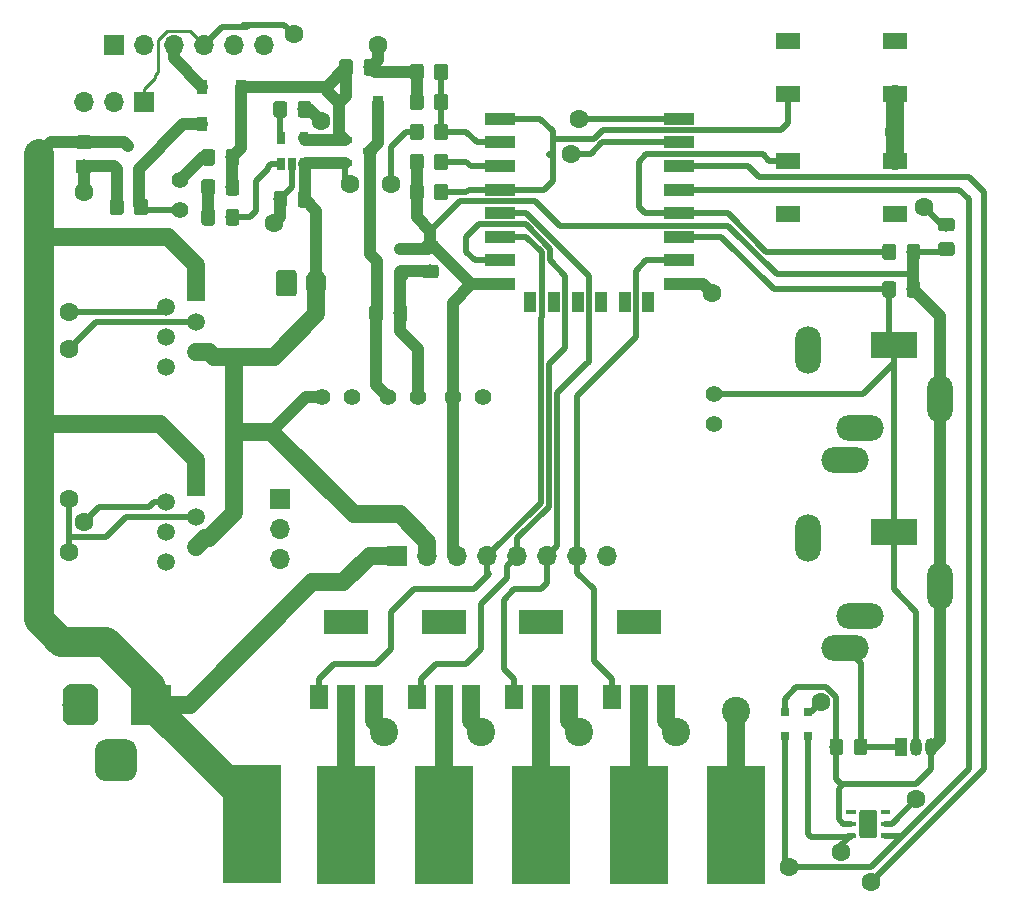
<source format=gbr>
G04 #@! TF.GenerationSoftware,KiCad,Pcbnew,5.0.2-1.fc29*
G04 #@! TF.CreationDate,2019-01-19T22:33:50+01:00*
G04 #@! TF.ProjectId,esp32,65737038-3236-4362-9e6b-696361645f70,rev?*
G04 #@! TF.SameCoordinates,Original*
G04 #@! TF.FileFunction,Copper,L1,Top*
G04 #@! TF.FilePolarity,Positive*
%FSLAX46Y46*%
G04 Gerber Fmt 4.6, Leading zero omitted, Abs format (unit mm)*
G04 Created by KiCad (PCBNEW 5.0.2-1.fc29) date Sat 19 Jan 2019 10:33:50 PM CET*
%MOMM*%
%LPD*%
G01*
G04 APERTURE LIST*
G04 #@! TA.AperFunction,Conductor*
%ADD10C,0.100000*%
G04 #@! TD*
G04 #@! TA.AperFunction,SMDPad,CuDef*
%ADD11C,1.150000*%
G04 #@! TD*
G04 #@! TA.AperFunction,ComponentPad*
%ADD12O,1.700000X1.700000*%
G04 #@! TD*
G04 #@! TA.AperFunction,ComponentPad*
%ADD13R,1.700000X1.700000*%
G04 #@! TD*
G04 #@! TA.AperFunction,SMDPad,CuDef*
%ADD14R,5.000000X10.000000*%
G04 #@! TD*
G04 #@! TA.AperFunction,ComponentPad*
%ADD15C,1.400000*%
G04 #@! TD*
G04 #@! TA.AperFunction,SMDPad,CuDef*
%ADD16R,1.500000X2.000000*%
G04 #@! TD*
G04 #@! TA.AperFunction,SMDPad,CuDef*
%ADD17R,3.800000X2.000000*%
G04 #@! TD*
G04 #@! TA.AperFunction,ComponentPad*
%ADD18R,1.050000X1.500000*%
G04 #@! TD*
G04 #@! TA.AperFunction,ComponentPad*
%ADD19O,1.050000X1.500000*%
G04 #@! TD*
G04 #@! TA.AperFunction,SMDPad,CuDef*
%ADD20R,1.300000X0.600000*%
G04 #@! TD*
G04 #@! TA.AperFunction,SMDPad,CuDef*
%ADD21R,0.900000X1.200000*%
G04 #@! TD*
G04 #@! TA.AperFunction,ComponentPad*
%ADD22O,1.740000X2.200000*%
G04 #@! TD*
G04 #@! TA.AperFunction,ComponentPad*
%ADD23C,1.740000*%
G04 #@! TD*
G04 #@! TA.AperFunction,SMDPad,CuDef*
%ADD24R,0.650000X1.060000*%
G04 #@! TD*
G04 #@! TA.AperFunction,SMDPad,CuDef*
%ADD25R,0.900000X0.800000*%
G04 #@! TD*
G04 #@! TA.AperFunction,SMDPad,CuDef*
%ADD26R,2.500000X1.000000*%
G04 #@! TD*
G04 #@! TA.AperFunction,SMDPad,CuDef*
%ADD27R,1.000000X1.800000*%
G04 #@! TD*
G04 #@! TA.AperFunction,ComponentPad*
%ADD28C,3.500000*%
G04 #@! TD*
G04 #@! TA.AperFunction,ComponentPad*
%ADD29C,3.000000*%
G04 #@! TD*
G04 #@! TA.AperFunction,ComponentPad*
%ADD30R,3.500000X3.500000*%
G04 #@! TD*
G04 #@! TA.AperFunction,SMDPad,CuDef*
%ADD31C,0.400000*%
G04 #@! TD*
G04 #@! TA.AperFunction,SMDPad,CuDef*
%ADD32C,1.500000*%
G04 #@! TD*
G04 #@! TA.AperFunction,ComponentPad*
%ADD33R,1.520000X1.520000*%
G04 #@! TD*
G04 #@! TA.AperFunction,ComponentPad*
%ADD34C,1.520000*%
G04 #@! TD*
G04 #@! TA.AperFunction,SMDPad,CuDef*
%ADD35R,2.100000X1.400000*%
G04 #@! TD*
G04 #@! TA.AperFunction,ComponentPad*
%ADD36O,2.200000X4.000000*%
G04 #@! TD*
G04 #@! TA.AperFunction,ComponentPad*
%ADD37O,4.000000X2.200000*%
G04 #@! TD*
G04 #@! TA.AperFunction,ComponentPad*
%ADD38R,4.000000X2.200000*%
G04 #@! TD*
G04 #@! TA.AperFunction,SMDPad,CuDef*
%ADD39R,0.800000X0.900000*%
G04 #@! TD*
G04 #@! TA.AperFunction,SMDPad,CuDef*
%ADD40R,0.800000X0.800000*%
G04 #@! TD*
G04 #@! TA.AperFunction,ViaPad*
%ADD41C,2.400000*%
G04 #@! TD*
G04 #@! TA.AperFunction,ViaPad*
%ADD42C,1.600000*%
G04 #@! TD*
G04 #@! TA.AperFunction,Conductor*
%ADD43C,1.500000*%
G04 #@! TD*
G04 #@! TA.AperFunction,Conductor*
%ADD44C,1.000000*%
G04 #@! TD*
G04 #@! TA.AperFunction,Conductor*
%ADD45C,0.500000*%
G04 #@! TD*
G04 #@! TA.AperFunction,Conductor*
%ADD46C,0.250000*%
G04 #@! TD*
G04 #@! TA.AperFunction,Conductor*
%ADD47C,2.500000*%
G04 #@! TD*
G04 APERTURE END LIST*
D10*
G04 #@! TO.N,GND*
G04 #@! TO.C,C9*
G36*
X151099506Y-123601204D02*
X151123774Y-123604804D01*
X151147573Y-123610765D01*
X151170672Y-123619030D01*
X151192851Y-123629520D01*
X151213894Y-123642132D01*
X151233600Y-123656747D01*
X151251778Y-123673223D01*
X151268254Y-123691401D01*
X151282869Y-123711107D01*
X151295481Y-123732150D01*
X151305971Y-123754329D01*
X151314236Y-123777428D01*
X151320197Y-123801227D01*
X151323797Y-123825495D01*
X151325001Y-123849999D01*
X151325001Y-124750001D01*
X151323797Y-124774505D01*
X151320197Y-124798773D01*
X151314236Y-124822572D01*
X151305971Y-124845671D01*
X151295481Y-124867850D01*
X151282869Y-124888893D01*
X151268254Y-124908599D01*
X151251778Y-124926777D01*
X151233600Y-124943253D01*
X151213894Y-124957868D01*
X151192851Y-124970480D01*
X151170672Y-124980970D01*
X151147573Y-124989235D01*
X151123774Y-124995196D01*
X151099506Y-124998796D01*
X151075002Y-125000000D01*
X150425000Y-125000000D01*
X150400496Y-124998796D01*
X150376228Y-124995196D01*
X150352429Y-124989235D01*
X150329330Y-124980970D01*
X150307151Y-124970480D01*
X150286108Y-124957868D01*
X150266402Y-124943253D01*
X150248224Y-124926777D01*
X150231748Y-124908599D01*
X150217133Y-124888893D01*
X150204521Y-124867850D01*
X150194031Y-124845671D01*
X150185766Y-124822572D01*
X150179805Y-124798773D01*
X150176205Y-124774505D01*
X150175001Y-124750001D01*
X150175001Y-123849999D01*
X150176205Y-123825495D01*
X150179805Y-123801227D01*
X150185766Y-123777428D01*
X150194031Y-123754329D01*
X150204521Y-123732150D01*
X150217133Y-123711107D01*
X150231748Y-123691401D01*
X150248224Y-123673223D01*
X150266402Y-123656747D01*
X150286108Y-123642132D01*
X150307151Y-123629520D01*
X150329330Y-123619030D01*
X150352429Y-123610765D01*
X150376228Y-123604804D01*
X150400496Y-123601204D01*
X150425000Y-123600000D01*
X151075002Y-123600000D01*
X151099506Y-123601204D01*
X151099506Y-123601204D01*
G37*
D11*
G04 #@! TD*
G04 #@! TO.P,C9,2*
G04 #@! TO.N,GND*
X150750001Y-124300000D03*
D10*
G04 #@! TO.N,+3V3*
G04 #@! TO.C,C9*
G36*
X149049506Y-123601204D02*
X149073774Y-123604804D01*
X149097573Y-123610765D01*
X149120672Y-123619030D01*
X149142851Y-123629520D01*
X149163894Y-123642132D01*
X149183600Y-123656747D01*
X149201778Y-123673223D01*
X149218254Y-123691401D01*
X149232869Y-123711107D01*
X149245481Y-123732150D01*
X149255971Y-123754329D01*
X149264236Y-123777428D01*
X149270197Y-123801227D01*
X149273797Y-123825495D01*
X149275001Y-123849999D01*
X149275001Y-124750001D01*
X149273797Y-124774505D01*
X149270197Y-124798773D01*
X149264236Y-124822572D01*
X149255971Y-124845671D01*
X149245481Y-124867850D01*
X149232869Y-124888893D01*
X149218254Y-124908599D01*
X149201778Y-124926777D01*
X149183600Y-124943253D01*
X149163894Y-124957868D01*
X149142851Y-124970480D01*
X149120672Y-124980970D01*
X149097573Y-124989235D01*
X149073774Y-124995196D01*
X149049506Y-124998796D01*
X149025002Y-125000000D01*
X148375000Y-125000000D01*
X148350496Y-124998796D01*
X148326228Y-124995196D01*
X148302429Y-124989235D01*
X148279330Y-124980970D01*
X148257151Y-124970480D01*
X148236108Y-124957868D01*
X148216402Y-124943253D01*
X148198224Y-124926777D01*
X148181748Y-124908599D01*
X148167133Y-124888893D01*
X148154521Y-124867850D01*
X148144031Y-124845671D01*
X148135766Y-124822572D01*
X148129805Y-124798773D01*
X148126205Y-124774505D01*
X148125001Y-124750001D01*
X148125001Y-123849999D01*
X148126205Y-123825495D01*
X148129805Y-123801227D01*
X148135766Y-123777428D01*
X148144031Y-123754329D01*
X148154521Y-123732150D01*
X148167133Y-123711107D01*
X148181748Y-123691401D01*
X148198224Y-123673223D01*
X148216402Y-123656747D01*
X148236108Y-123642132D01*
X148257151Y-123629520D01*
X148279330Y-123619030D01*
X148302429Y-123610765D01*
X148326228Y-123604804D01*
X148350496Y-123601204D01*
X148375000Y-123600000D01*
X149025002Y-123600000D01*
X149049506Y-123601204D01*
X149049506Y-123601204D01*
G37*
D11*
G04 #@! TD*
G04 #@! TO.P,C9,1*
G04 #@! TO.N,+3V3*
X148700001Y-124300000D03*
D10*
G04 #@! TO.N,GND*
G04 #@! TO.C,C8*
G36*
X158484505Y-79521204D02*
X158508773Y-79524804D01*
X158532572Y-79530765D01*
X158555671Y-79539030D01*
X158577850Y-79549520D01*
X158598893Y-79562132D01*
X158618599Y-79576747D01*
X158636777Y-79593223D01*
X158653253Y-79611401D01*
X158667868Y-79631107D01*
X158680480Y-79652150D01*
X158690970Y-79674329D01*
X158699235Y-79697428D01*
X158705196Y-79721227D01*
X158708796Y-79745495D01*
X158710000Y-79769999D01*
X158710000Y-80420001D01*
X158708796Y-80444505D01*
X158705196Y-80468773D01*
X158699235Y-80492572D01*
X158690970Y-80515671D01*
X158680480Y-80537850D01*
X158667868Y-80558893D01*
X158653253Y-80578599D01*
X158636777Y-80596777D01*
X158618599Y-80613253D01*
X158598893Y-80627868D01*
X158577850Y-80640480D01*
X158555671Y-80650970D01*
X158532572Y-80659235D01*
X158508773Y-80665196D01*
X158484505Y-80668796D01*
X158460001Y-80670000D01*
X157559999Y-80670000D01*
X157535495Y-80668796D01*
X157511227Y-80665196D01*
X157487428Y-80659235D01*
X157464329Y-80650970D01*
X157442150Y-80640480D01*
X157421107Y-80627868D01*
X157401401Y-80613253D01*
X157383223Y-80596777D01*
X157366747Y-80578599D01*
X157352132Y-80558893D01*
X157339520Y-80537850D01*
X157329030Y-80515671D01*
X157320765Y-80492572D01*
X157314804Y-80468773D01*
X157311204Y-80444505D01*
X157310000Y-80420001D01*
X157310000Y-79769999D01*
X157311204Y-79745495D01*
X157314804Y-79721227D01*
X157320765Y-79697428D01*
X157329030Y-79674329D01*
X157339520Y-79652150D01*
X157352132Y-79631107D01*
X157366747Y-79611401D01*
X157383223Y-79593223D01*
X157401401Y-79576747D01*
X157421107Y-79562132D01*
X157442150Y-79549520D01*
X157464329Y-79539030D01*
X157487428Y-79530765D01*
X157511227Y-79524804D01*
X157535495Y-79521204D01*
X157559999Y-79520000D01*
X158460001Y-79520000D01*
X158484505Y-79521204D01*
X158484505Y-79521204D01*
G37*
D11*
G04 #@! TD*
G04 #@! TO.P,C8,2*
G04 #@! TO.N,GND*
X158010000Y-80095000D03*
D10*
G04 #@! TO.N,+3V3*
G04 #@! TO.C,C8*
G36*
X158484505Y-81571204D02*
X158508773Y-81574804D01*
X158532572Y-81580765D01*
X158555671Y-81589030D01*
X158577850Y-81599520D01*
X158598893Y-81612132D01*
X158618599Y-81626747D01*
X158636777Y-81643223D01*
X158653253Y-81661401D01*
X158667868Y-81681107D01*
X158680480Y-81702150D01*
X158690970Y-81724329D01*
X158699235Y-81747428D01*
X158705196Y-81771227D01*
X158708796Y-81795495D01*
X158710000Y-81819999D01*
X158710000Y-82470001D01*
X158708796Y-82494505D01*
X158705196Y-82518773D01*
X158699235Y-82542572D01*
X158690970Y-82565671D01*
X158680480Y-82587850D01*
X158667868Y-82608893D01*
X158653253Y-82628599D01*
X158636777Y-82646777D01*
X158618599Y-82663253D01*
X158598893Y-82677868D01*
X158577850Y-82690480D01*
X158555671Y-82700970D01*
X158532572Y-82709235D01*
X158508773Y-82715196D01*
X158484505Y-82718796D01*
X158460001Y-82720000D01*
X157559999Y-82720000D01*
X157535495Y-82718796D01*
X157511227Y-82715196D01*
X157487428Y-82709235D01*
X157464329Y-82700970D01*
X157442150Y-82690480D01*
X157421107Y-82677868D01*
X157401401Y-82663253D01*
X157383223Y-82646777D01*
X157366747Y-82628599D01*
X157352132Y-82608893D01*
X157339520Y-82587850D01*
X157329030Y-82565671D01*
X157320765Y-82542572D01*
X157314804Y-82518773D01*
X157311204Y-82494505D01*
X157310000Y-82470001D01*
X157310000Y-81819999D01*
X157311204Y-81795495D01*
X157314804Y-81771227D01*
X157320765Y-81747428D01*
X157329030Y-81724329D01*
X157339520Y-81702150D01*
X157352132Y-81681107D01*
X157366747Y-81661401D01*
X157383223Y-81643223D01*
X157401401Y-81626747D01*
X157421107Y-81612132D01*
X157442150Y-81599520D01*
X157464329Y-81589030D01*
X157487428Y-81580765D01*
X157511227Y-81574804D01*
X157535495Y-81571204D01*
X157559999Y-81570000D01*
X158460001Y-81570000D01*
X158484505Y-81571204D01*
X158484505Y-81571204D01*
G37*
D11*
G04 #@! TD*
G04 #@! TO.P,C8,1*
G04 #@! TO.N,+3V3*
X158010000Y-82145000D03*
D12*
G04 #@! TO.P,TP7,3*
G04 #@! TO.N,GND*
X84985000Y-69690000D03*
G04 #@! TO.P,TP7,2*
G04 #@! TO.N,/TX*
X87525000Y-69690000D03*
D13*
G04 #@! TO.P,TP7,1*
G04 #@! TO.N,/RX*
X90065000Y-69690000D03*
G04 #@! TD*
D12*
G04 #@! TO.P,TP2,3*
G04 #@! TO.N,GND*
X101600000Y-108380000D03*
G04 #@! TO.P,TP2,2*
G04 #@! TO.N,/SDA*
X101600000Y-105840000D03*
D13*
G04 #@! TO.P,TP2,1*
G04 #@! TO.N,/SCL*
X101600000Y-103300000D03*
G04 #@! TD*
D14*
G04 #@! TO.P,J14,1*
G04 #@! TO.N,+12V*
X99190001Y-130845001D03*
G04 #@! TD*
D15*
G04 #@! TO.P,TP5,2*
G04 #@! TO.N,GND*
X113306000Y-94709000D03*
G04 #@! TO.P,TP5,1*
G04 #@! TO.N,/MCP1703-33/VDD*
X110766000Y-94709000D03*
G04 #@! TD*
G04 #@! TO.P,TP6,2*
G04 #@! TO.N,GND*
X118767000Y-94709000D03*
G04 #@! TO.P,TP6,1*
G04 #@! TO.N,+3V3*
X116227000Y-94709000D03*
G04 #@! TD*
D12*
G04 #@! TO.P,J13,8*
G04 #@! TO.N,GND*
X129308000Y-108152000D03*
G04 #@! TO.P,J13,7*
G04 #@! TO.N,/IO15*
X126768000Y-108152000D03*
G04 #@! TO.P,J13,6*
G04 #@! TO.N,/IO14*
X124228000Y-108152000D03*
G04 #@! TO.P,J13,5*
G04 #@! TO.N,/IO13*
X121688000Y-108152000D03*
G04 #@! TO.P,J13,4*
G04 #@! TO.N,/IO12*
X119148000Y-108152000D03*
G04 #@! TO.P,J13,3*
G04 #@! TO.N,+3V3*
X116608000Y-108152000D03*
G04 #@! TO.P,J13,2*
G04 #@! TO.N,+BATT*
X114068000Y-108152000D03*
D13*
G04 #@! TO.P,J13,1*
G04 #@! TO.N,+12V*
X111528000Y-108152000D03*
G04 #@! TD*
D15*
G04 #@! TO.P,TP3,2*
G04 #@! TO.N,GND*
X138325000Y-96995000D03*
G04 #@! TO.P,TP3,1*
G04 #@! TO.N,/IO2*
X138325000Y-94455000D03*
G04 #@! TD*
G04 #@! TO.P,TP4,2*
G04 #@! TO.N,GND*
X107718000Y-94709000D03*
G04 #@! TO.P,TP4,1*
G04 #@! TO.N,+BATT*
X105178000Y-94709000D03*
G04 #@! TD*
D10*
G04 #@! TO.N,GND*
G04 #@! TO.C,C1*
G36*
X109591505Y-66070204D02*
X109615773Y-66073804D01*
X109639572Y-66079765D01*
X109662671Y-66088030D01*
X109684850Y-66098520D01*
X109705893Y-66111132D01*
X109725599Y-66125747D01*
X109743777Y-66142223D01*
X109760253Y-66160401D01*
X109774868Y-66180107D01*
X109787480Y-66201150D01*
X109797970Y-66223329D01*
X109806235Y-66246428D01*
X109812196Y-66270227D01*
X109815796Y-66294495D01*
X109817000Y-66318999D01*
X109817000Y-67219001D01*
X109815796Y-67243505D01*
X109812196Y-67267773D01*
X109806235Y-67291572D01*
X109797970Y-67314671D01*
X109787480Y-67336850D01*
X109774868Y-67357893D01*
X109760253Y-67377599D01*
X109743777Y-67395777D01*
X109725599Y-67412253D01*
X109705893Y-67426868D01*
X109684850Y-67439480D01*
X109662671Y-67449970D01*
X109639572Y-67458235D01*
X109615773Y-67464196D01*
X109591505Y-67467796D01*
X109567001Y-67469000D01*
X108916999Y-67469000D01*
X108892495Y-67467796D01*
X108868227Y-67464196D01*
X108844428Y-67458235D01*
X108821329Y-67449970D01*
X108799150Y-67439480D01*
X108778107Y-67426868D01*
X108758401Y-67412253D01*
X108740223Y-67395777D01*
X108723747Y-67377599D01*
X108709132Y-67357893D01*
X108696520Y-67336850D01*
X108686030Y-67314671D01*
X108677765Y-67291572D01*
X108671804Y-67267773D01*
X108668204Y-67243505D01*
X108667000Y-67219001D01*
X108667000Y-66318999D01*
X108668204Y-66294495D01*
X108671804Y-66270227D01*
X108677765Y-66246428D01*
X108686030Y-66223329D01*
X108696520Y-66201150D01*
X108709132Y-66180107D01*
X108723747Y-66160401D01*
X108740223Y-66142223D01*
X108758401Y-66125747D01*
X108778107Y-66111132D01*
X108799150Y-66098520D01*
X108821329Y-66088030D01*
X108844428Y-66079765D01*
X108868227Y-66073804D01*
X108892495Y-66070204D01*
X108916999Y-66069000D01*
X109567001Y-66069000D01*
X109591505Y-66070204D01*
X109591505Y-66070204D01*
G37*
D11*
G04 #@! TD*
G04 #@! TO.P,C1,2*
G04 #@! TO.N,GND*
X109242000Y-66769000D03*
D10*
G04 #@! TO.N,/MCP73831/VIN*
G04 #@! TO.C,C1*
G36*
X107541505Y-66070204D02*
X107565773Y-66073804D01*
X107589572Y-66079765D01*
X107612671Y-66088030D01*
X107634850Y-66098520D01*
X107655893Y-66111132D01*
X107675599Y-66125747D01*
X107693777Y-66142223D01*
X107710253Y-66160401D01*
X107724868Y-66180107D01*
X107737480Y-66201150D01*
X107747970Y-66223329D01*
X107756235Y-66246428D01*
X107762196Y-66270227D01*
X107765796Y-66294495D01*
X107767000Y-66318999D01*
X107767000Y-67219001D01*
X107765796Y-67243505D01*
X107762196Y-67267773D01*
X107756235Y-67291572D01*
X107747970Y-67314671D01*
X107737480Y-67336850D01*
X107724868Y-67357893D01*
X107710253Y-67377599D01*
X107693777Y-67395777D01*
X107675599Y-67412253D01*
X107655893Y-67426868D01*
X107634850Y-67439480D01*
X107612671Y-67449970D01*
X107589572Y-67458235D01*
X107565773Y-67464196D01*
X107541505Y-67467796D01*
X107517001Y-67469000D01*
X106866999Y-67469000D01*
X106842495Y-67467796D01*
X106818227Y-67464196D01*
X106794428Y-67458235D01*
X106771329Y-67449970D01*
X106749150Y-67439480D01*
X106728107Y-67426868D01*
X106708401Y-67412253D01*
X106690223Y-67395777D01*
X106673747Y-67377599D01*
X106659132Y-67357893D01*
X106646520Y-67336850D01*
X106636030Y-67314671D01*
X106627765Y-67291572D01*
X106621804Y-67267773D01*
X106618204Y-67243505D01*
X106617000Y-67219001D01*
X106617000Y-66318999D01*
X106618204Y-66294495D01*
X106621804Y-66270227D01*
X106627765Y-66246428D01*
X106636030Y-66223329D01*
X106646520Y-66201150D01*
X106659132Y-66180107D01*
X106673747Y-66160401D01*
X106690223Y-66142223D01*
X106708401Y-66125747D01*
X106728107Y-66111132D01*
X106749150Y-66098520D01*
X106771329Y-66088030D01*
X106794428Y-66079765D01*
X106818227Y-66073804D01*
X106842495Y-66070204D01*
X106866999Y-66069000D01*
X107517001Y-66069000D01*
X107541505Y-66070204D01*
X107541505Y-66070204D01*
G37*
D11*
G04 #@! TD*
G04 #@! TO.P,C1,1*
G04 #@! TO.N,/MCP73831/VIN*
X107192000Y-66769000D03*
D14*
G04 #@! TO.P,J9,1*
G04 #@! TO.N,GND*
X140230000Y-130885000D03*
G04 #@! TD*
G04 #@! TO.P,J10,1*
G04 #@! TO.N,Net-(J10-Pad1)*
X115465000Y-130885000D03*
G04 #@! TD*
G04 #@! TO.P,J11,1*
G04 #@! TO.N,Net-(J11-Pad1)*
X123720000Y-130885000D03*
G04 #@! TD*
G04 #@! TO.P,J12,1*
G04 #@! TO.N,Net-(J12-Pad1)*
X131975000Y-130885000D03*
G04 #@! TD*
G04 #@! TO.P,J8,1*
G04 #@! TO.N,Net-(J8-Pad1)*
X107210000Y-130885000D03*
G04 #@! TD*
D16*
G04 #@! TO.P,Q2,1*
G04 #@! TO.N,/IO13*
X113165000Y-120065000D03*
G04 #@! TO.P,Q2,3*
G04 #@! TO.N,GND*
X117765000Y-120065000D03*
G04 #@! TO.P,Q2,2*
G04 #@! TO.N,Net-(J10-Pad1)*
X115465000Y-120065000D03*
D17*
G04 #@! TO.P,Q2,4*
G04 #@! TO.N,N/C*
X115465000Y-113765000D03*
G04 #@! TD*
D16*
G04 #@! TO.P,Q3,1*
G04 #@! TO.N,/IO14*
X121420000Y-120065000D03*
G04 #@! TO.P,Q3,3*
G04 #@! TO.N,GND*
X126020000Y-120065000D03*
G04 #@! TO.P,Q3,2*
G04 #@! TO.N,Net-(J11-Pad1)*
X123720000Y-120065000D03*
D17*
G04 #@! TO.P,Q3,4*
G04 #@! TO.N,N/C*
X123720000Y-113765000D03*
G04 #@! TD*
D16*
G04 #@! TO.P,Q4,1*
G04 #@! TO.N,/IO15*
X129675000Y-120065000D03*
G04 #@! TO.P,Q4,3*
G04 #@! TO.N,GND*
X134275000Y-120065000D03*
G04 #@! TO.P,Q4,2*
G04 #@! TO.N,Net-(J12-Pad1)*
X131975000Y-120065000D03*
D17*
G04 #@! TO.P,Q4,4*
G04 #@! TO.N,N/C*
X131975000Y-113765000D03*
G04 #@! TD*
D16*
G04 #@! TO.P,Q1,1*
G04 #@! TO.N,/IO12*
X104910000Y-120065000D03*
G04 #@! TO.P,Q1,3*
G04 #@! TO.N,GND*
X109510000Y-120065000D03*
G04 #@! TO.P,Q1,2*
G04 #@! TO.N,Net-(J8-Pad1)*
X107210000Y-120065000D03*
D17*
G04 #@! TO.P,Q1,4*
G04 #@! TO.N,N/C*
X107210000Y-113765000D03*
G04 #@! TD*
D18*
G04 #@! TO.P,U7,1*
G04 #@! TO.N,GND*
X154200000Y-124300000D03*
D19*
G04 #@! TO.P,U7,3*
G04 #@! TO.N,+3V3*
X156740000Y-124300000D03*
G04 #@! TO.P,U7,2*
G04 #@! TO.N,/IO2*
X155470000Y-124300000D03*
G04 #@! TD*
D10*
G04 #@! TO.N,GND*
G04 #@! TO.C,C2*
G36*
X101971505Y-77246204D02*
X101995773Y-77249804D01*
X102019572Y-77255765D01*
X102042671Y-77264030D01*
X102064850Y-77274520D01*
X102085893Y-77287132D01*
X102105599Y-77301747D01*
X102123777Y-77318223D01*
X102140253Y-77336401D01*
X102154868Y-77356107D01*
X102167480Y-77377150D01*
X102177970Y-77399329D01*
X102186235Y-77422428D01*
X102192196Y-77446227D01*
X102195796Y-77470495D01*
X102197000Y-77494999D01*
X102197000Y-78395001D01*
X102195796Y-78419505D01*
X102192196Y-78443773D01*
X102186235Y-78467572D01*
X102177970Y-78490671D01*
X102167480Y-78512850D01*
X102154868Y-78533893D01*
X102140253Y-78553599D01*
X102123777Y-78571777D01*
X102105599Y-78588253D01*
X102085893Y-78602868D01*
X102064850Y-78615480D01*
X102042671Y-78625970D01*
X102019572Y-78634235D01*
X101995773Y-78640196D01*
X101971505Y-78643796D01*
X101947001Y-78645000D01*
X101296999Y-78645000D01*
X101272495Y-78643796D01*
X101248227Y-78640196D01*
X101224428Y-78634235D01*
X101201329Y-78625970D01*
X101179150Y-78615480D01*
X101158107Y-78602868D01*
X101138401Y-78588253D01*
X101120223Y-78571777D01*
X101103747Y-78553599D01*
X101089132Y-78533893D01*
X101076520Y-78512850D01*
X101066030Y-78490671D01*
X101057765Y-78467572D01*
X101051804Y-78443773D01*
X101048204Y-78419505D01*
X101047000Y-78395001D01*
X101047000Y-77494999D01*
X101048204Y-77470495D01*
X101051804Y-77446227D01*
X101057765Y-77422428D01*
X101066030Y-77399329D01*
X101076520Y-77377150D01*
X101089132Y-77356107D01*
X101103747Y-77336401D01*
X101120223Y-77318223D01*
X101138401Y-77301747D01*
X101158107Y-77287132D01*
X101179150Y-77274520D01*
X101201329Y-77264030D01*
X101224428Y-77255765D01*
X101248227Y-77249804D01*
X101272495Y-77246204D01*
X101296999Y-77245000D01*
X101947001Y-77245000D01*
X101971505Y-77246204D01*
X101971505Y-77246204D01*
G37*
D11*
G04 #@! TD*
G04 #@! TO.P,C2,2*
G04 #@! TO.N,GND*
X101622000Y-77945000D03*
D10*
G04 #@! TO.N,+BATT*
G04 #@! TO.C,C2*
G36*
X104021505Y-77246204D02*
X104045773Y-77249804D01*
X104069572Y-77255765D01*
X104092671Y-77264030D01*
X104114850Y-77274520D01*
X104135893Y-77287132D01*
X104155599Y-77301747D01*
X104173777Y-77318223D01*
X104190253Y-77336401D01*
X104204868Y-77356107D01*
X104217480Y-77377150D01*
X104227970Y-77399329D01*
X104236235Y-77422428D01*
X104242196Y-77446227D01*
X104245796Y-77470495D01*
X104247000Y-77494999D01*
X104247000Y-78395001D01*
X104245796Y-78419505D01*
X104242196Y-78443773D01*
X104236235Y-78467572D01*
X104227970Y-78490671D01*
X104217480Y-78512850D01*
X104204868Y-78533893D01*
X104190253Y-78553599D01*
X104173777Y-78571777D01*
X104155599Y-78588253D01*
X104135893Y-78602868D01*
X104114850Y-78615480D01*
X104092671Y-78625970D01*
X104069572Y-78634235D01*
X104045773Y-78640196D01*
X104021505Y-78643796D01*
X103997001Y-78645000D01*
X103346999Y-78645000D01*
X103322495Y-78643796D01*
X103298227Y-78640196D01*
X103274428Y-78634235D01*
X103251329Y-78625970D01*
X103229150Y-78615480D01*
X103208107Y-78602868D01*
X103188401Y-78588253D01*
X103170223Y-78571777D01*
X103153747Y-78553599D01*
X103139132Y-78533893D01*
X103126520Y-78512850D01*
X103116030Y-78490671D01*
X103107765Y-78467572D01*
X103101804Y-78443773D01*
X103098204Y-78419505D01*
X103097000Y-78395001D01*
X103097000Y-77494999D01*
X103098204Y-77470495D01*
X103101804Y-77446227D01*
X103107765Y-77422428D01*
X103116030Y-77399329D01*
X103126520Y-77377150D01*
X103139132Y-77356107D01*
X103153747Y-77336401D01*
X103170223Y-77318223D01*
X103188401Y-77301747D01*
X103208107Y-77287132D01*
X103229150Y-77274520D01*
X103251329Y-77264030D01*
X103274428Y-77255765D01*
X103298227Y-77249804D01*
X103322495Y-77246204D01*
X103346999Y-77245000D01*
X103997001Y-77245000D01*
X104021505Y-77246204D01*
X104021505Y-77246204D01*
G37*
D11*
G04 #@! TD*
G04 #@! TO.P,C2,1*
G04 #@! TO.N,+BATT*
X103672000Y-77945000D03*
D10*
G04 #@! TO.N,GND*
G04 #@! TO.C,C3*
G36*
X113519505Y-68991204D02*
X113543773Y-68994804D01*
X113567572Y-69000765D01*
X113590671Y-69009030D01*
X113612850Y-69019520D01*
X113633893Y-69032132D01*
X113653599Y-69046747D01*
X113671777Y-69063223D01*
X113688253Y-69081401D01*
X113702868Y-69101107D01*
X113715480Y-69122150D01*
X113725970Y-69144329D01*
X113734235Y-69167428D01*
X113740196Y-69191227D01*
X113743796Y-69215495D01*
X113745000Y-69239999D01*
X113745000Y-70140001D01*
X113743796Y-70164505D01*
X113740196Y-70188773D01*
X113734235Y-70212572D01*
X113725970Y-70235671D01*
X113715480Y-70257850D01*
X113702868Y-70278893D01*
X113688253Y-70298599D01*
X113671777Y-70316777D01*
X113653599Y-70333253D01*
X113633893Y-70347868D01*
X113612850Y-70360480D01*
X113590671Y-70370970D01*
X113567572Y-70379235D01*
X113543773Y-70385196D01*
X113519505Y-70388796D01*
X113495001Y-70390000D01*
X112844999Y-70390000D01*
X112820495Y-70388796D01*
X112796227Y-70385196D01*
X112772428Y-70379235D01*
X112749329Y-70370970D01*
X112727150Y-70360480D01*
X112706107Y-70347868D01*
X112686401Y-70333253D01*
X112668223Y-70316777D01*
X112651747Y-70298599D01*
X112637132Y-70278893D01*
X112624520Y-70257850D01*
X112614030Y-70235671D01*
X112605765Y-70212572D01*
X112599804Y-70188773D01*
X112596204Y-70164505D01*
X112595000Y-70140001D01*
X112595000Y-69239999D01*
X112596204Y-69215495D01*
X112599804Y-69191227D01*
X112605765Y-69167428D01*
X112614030Y-69144329D01*
X112624520Y-69122150D01*
X112637132Y-69101107D01*
X112651747Y-69081401D01*
X112668223Y-69063223D01*
X112686401Y-69046747D01*
X112706107Y-69032132D01*
X112727150Y-69019520D01*
X112749329Y-69009030D01*
X112772428Y-69000765D01*
X112796227Y-68994804D01*
X112820495Y-68991204D01*
X112844999Y-68990000D01*
X113495001Y-68990000D01*
X113519505Y-68991204D01*
X113519505Y-68991204D01*
G37*
D11*
G04 #@! TD*
G04 #@! TO.P,C3,2*
G04 #@! TO.N,GND*
X113170000Y-69690000D03*
D10*
G04 #@! TO.N,/ADC*
G04 #@! TO.C,C3*
G36*
X115569505Y-68991204D02*
X115593773Y-68994804D01*
X115617572Y-69000765D01*
X115640671Y-69009030D01*
X115662850Y-69019520D01*
X115683893Y-69032132D01*
X115703599Y-69046747D01*
X115721777Y-69063223D01*
X115738253Y-69081401D01*
X115752868Y-69101107D01*
X115765480Y-69122150D01*
X115775970Y-69144329D01*
X115784235Y-69167428D01*
X115790196Y-69191227D01*
X115793796Y-69215495D01*
X115795000Y-69239999D01*
X115795000Y-70140001D01*
X115793796Y-70164505D01*
X115790196Y-70188773D01*
X115784235Y-70212572D01*
X115775970Y-70235671D01*
X115765480Y-70257850D01*
X115752868Y-70278893D01*
X115738253Y-70298599D01*
X115721777Y-70316777D01*
X115703599Y-70333253D01*
X115683893Y-70347868D01*
X115662850Y-70360480D01*
X115640671Y-70370970D01*
X115617572Y-70379235D01*
X115593773Y-70385196D01*
X115569505Y-70388796D01*
X115545001Y-70390000D01*
X114894999Y-70390000D01*
X114870495Y-70388796D01*
X114846227Y-70385196D01*
X114822428Y-70379235D01*
X114799329Y-70370970D01*
X114777150Y-70360480D01*
X114756107Y-70347868D01*
X114736401Y-70333253D01*
X114718223Y-70316777D01*
X114701747Y-70298599D01*
X114687132Y-70278893D01*
X114674520Y-70257850D01*
X114664030Y-70235671D01*
X114655765Y-70212572D01*
X114649804Y-70188773D01*
X114646204Y-70164505D01*
X114645000Y-70140001D01*
X114645000Y-69239999D01*
X114646204Y-69215495D01*
X114649804Y-69191227D01*
X114655765Y-69167428D01*
X114664030Y-69144329D01*
X114674520Y-69122150D01*
X114687132Y-69101107D01*
X114701747Y-69081401D01*
X114718223Y-69063223D01*
X114736401Y-69046747D01*
X114756107Y-69032132D01*
X114777150Y-69019520D01*
X114799329Y-69009030D01*
X114822428Y-69000765D01*
X114846227Y-68994804D01*
X114870495Y-68991204D01*
X114894999Y-68990000D01*
X115545001Y-68990000D01*
X115569505Y-68991204D01*
X115569505Y-68991204D01*
G37*
D11*
G04 #@! TD*
G04 #@! TO.P,C3,1*
G04 #@! TO.N,/ADC*
X115220000Y-69690000D03*
D10*
G04 #@! TO.N,/MCP1703-33/VDD*
G04 #@! TO.C,C4*
G36*
X110090505Y-86898204D02*
X110114773Y-86901804D01*
X110138572Y-86907765D01*
X110161671Y-86916030D01*
X110183850Y-86926520D01*
X110204893Y-86939132D01*
X110224599Y-86953747D01*
X110242777Y-86970223D01*
X110259253Y-86988401D01*
X110273868Y-87008107D01*
X110286480Y-87029150D01*
X110296970Y-87051329D01*
X110305235Y-87074428D01*
X110311196Y-87098227D01*
X110314796Y-87122495D01*
X110316000Y-87146999D01*
X110316000Y-88047001D01*
X110314796Y-88071505D01*
X110311196Y-88095773D01*
X110305235Y-88119572D01*
X110296970Y-88142671D01*
X110286480Y-88164850D01*
X110273868Y-88185893D01*
X110259253Y-88205599D01*
X110242777Y-88223777D01*
X110224599Y-88240253D01*
X110204893Y-88254868D01*
X110183850Y-88267480D01*
X110161671Y-88277970D01*
X110138572Y-88286235D01*
X110114773Y-88292196D01*
X110090505Y-88295796D01*
X110066001Y-88297000D01*
X109415999Y-88297000D01*
X109391495Y-88295796D01*
X109367227Y-88292196D01*
X109343428Y-88286235D01*
X109320329Y-88277970D01*
X109298150Y-88267480D01*
X109277107Y-88254868D01*
X109257401Y-88240253D01*
X109239223Y-88223777D01*
X109222747Y-88205599D01*
X109208132Y-88185893D01*
X109195520Y-88164850D01*
X109185030Y-88142671D01*
X109176765Y-88119572D01*
X109170804Y-88095773D01*
X109167204Y-88071505D01*
X109166000Y-88047001D01*
X109166000Y-87146999D01*
X109167204Y-87122495D01*
X109170804Y-87098227D01*
X109176765Y-87074428D01*
X109185030Y-87051329D01*
X109195520Y-87029150D01*
X109208132Y-87008107D01*
X109222747Y-86988401D01*
X109239223Y-86970223D01*
X109257401Y-86953747D01*
X109277107Y-86939132D01*
X109298150Y-86926520D01*
X109320329Y-86916030D01*
X109343428Y-86907765D01*
X109367227Y-86901804D01*
X109391495Y-86898204D01*
X109415999Y-86897000D01*
X110066001Y-86897000D01*
X110090505Y-86898204D01*
X110090505Y-86898204D01*
G37*
D11*
G04 #@! TD*
G04 #@! TO.P,C4,2*
G04 #@! TO.N,/MCP1703-33/VDD*
X109741000Y-87597000D03*
D10*
G04 #@! TO.N,GND*
G04 #@! TO.C,C4*
G36*
X112140505Y-86898204D02*
X112164773Y-86901804D01*
X112188572Y-86907765D01*
X112211671Y-86916030D01*
X112233850Y-86926520D01*
X112254893Y-86939132D01*
X112274599Y-86953747D01*
X112292777Y-86970223D01*
X112309253Y-86988401D01*
X112323868Y-87008107D01*
X112336480Y-87029150D01*
X112346970Y-87051329D01*
X112355235Y-87074428D01*
X112361196Y-87098227D01*
X112364796Y-87122495D01*
X112366000Y-87146999D01*
X112366000Y-88047001D01*
X112364796Y-88071505D01*
X112361196Y-88095773D01*
X112355235Y-88119572D01*
X112346970Y-88142671D01*
X112336480Y-88164850D01*
X112323868Y-88185893D01*
X112309253Y-88205599D01*
X112292777Y-88223777D01*
X112274599Y-88240253D01*
X112254893Y-88254868D01*
X112233850Y-88267480D01*
X112211671Y-88277970D01*
X112188572Y-88286235D01*
X112164773Y-88292196D01*
X112140505Y-88295796D01*
X112116001Y-88297000D01*
X111465999Y-88297000D01*
X111441495Y-88295796D01*
X111417227Y-88292196D01*
X111393428Y-88286235D01*
X111370329Y-88277970D01*
X111348150Y-88267480D01*
X111327107Y-88254868D01*
X111307401Y-88240253D01*
X111289223Y-88223777D01*
X111272747Y-88205599D01*
X111258132Y-88185893D01*
X111245520Y-88164850D01*
X111235030Y-88142671D01*
X111226765Y-88119572D01*
X111220804Y-88095773D01*
X111217204Y-88071505D01*
X111216000Y-88047001D01*
X111216000Y-87146999D01*
X111217204Y-87122495D01*
X111220804Y-87098227D01*
X111226765Y-87074428D01*
X111235030Y-87051329D01*
X111245520Y-87029150D01*
X111258132Y-87008107D01*
X111272747Y-86988401D01*
X111289223Y-86970223D01*
X111307401Y-86953747D01*
X111327107Y-86939132D01*
X111348150Y-86926520D01*
X111370329Y-86916030D01*
X111393428Y-86907765D01*
X111417227Y-86901804D01*
X111441495Y-86898204D01*
X111465999Y-86897000D01*
X112116001Y-86897000D01*
X112140505Y-86898204D01*
X112140505Y-86898204D01*
G37*
D11*
G04 #@! TD*
G04 #@! TO.P,C4,1*
G04 #@! TO.N,GND*
X111791000Y-87597000D03*
D10*
G04 #@! TO.N,+3V3*
G04 #@! TO.C,C5*
G36*
X114796505Y-81426204D02*
X114820773Y-81429804D01*
X114844572Y-81435765D01*
X114867671Y-81444030D01*
X114889850Y-81454520D01*
X114910893Y-81467132D01*
X114930599Y-81481747D01*
X114948777Y-81498223D01*
X114965253Y-81516401D01*
X114979868Y-81536107D01*
X114992480Y-81557150D01*
X115002970Y-81579329D01*
X115011235Y-81602428D01*
X115017196Y-81626227D01*
X115020796Y-81650495D01*
X115022000Y-81674999D01*
X115022000Y-82325001D01*
X115020796Y-82349505D01*
X115017196Y-82373773D01*
X115011235Y-82397572D01*
X115002970Y-82420671D01*
X114992480Y-82442850D01*
X114979868Y-82463893D01*
X114965253Y-82483599D01*
X114948777Y-82501777D01*
X114930599Y-82518253D01*
X114910893Y-82532868D01*
X114889850Y-82545480D01*
X114867671Y-82555970D01*
X114844572Y-82564235D01*
X114820773Y-82570196D01*
X114796505Y-82573796D01*
X114772001Y-82575000D01*
X113871999Y-82575000D01*
X113847495Y-82573796D01*
X113823227Y-82570196D01*
X113799428Y-82564235D01*
X113776329Y-82555970D01*
X113754150Y-82545480D01*
X113733107Y-82532868D01*
X113713401Y-82518253D01*
X113695223Y-82501777D01*
X113678747Y-82483599D01*
X113664132Y-82463893D01*
X113651520Y-82442850D01*
X113641030Y-82420671D01*
X113632765Y-82397572D01*
X113626804Y-82373773D01*
X113623204Y-82349505D01*
X113622000Y-82325001D01*
X113622000Y-81674999D01*
X113623204Y-81650495D01*
X113626804Y-81626227D01*
X113632765Y-81602428D01*
X113641030Y-81579329D01*
X113651520Y-81557150D01*
X113664132Y-81536107D01*
X113678747Y-81516401D01*
X113695223Y-81498223D01*
X113713401Y-81481747D01*
X113733107Y-81467132D01*
X113754150Y-81454520D01*
X113776329Y-81444030D01*
X113799428Y-81435765D01*
X113823227Y-81429804D01*
X113847495Y-81426204D01*
X113871999Y-81425000D01*
X114772001Y-81425000D01*
X114796505Y-81426204D01*
X114796505Y-81426204D01*
G37*
D11*
G04 #@! TD*
G04 #@! TO.P,C5,2*
G04 #@! TO.N,+3V3*
X114322000Y-82000000D03*
D10*
G04 #@! TO.N,GND*
G04 #@! TO.C,C5*
G36*
X114796505Y-83476204D02*
X114820773Y-83479804D01*
X114844572Y-83485765D01*
X114867671Y-83494030D01*
X114889850Y-83504520D01*
X114910893Y-83517132D01*
X114930599Y-83531747D01*
X114948777Y-83548223D01*
X114965253Y-83566401D01*
X114979868Y-83586107D01*
X114992480Y-83607150D01*
X115002970Y-83629329D01*
X115011235Y-83652428D01*
X115017196Y-83676227D01*
X115020796Y-83700495D01*
X115022000Y-83724999D01*
X115022000Y-84375001D01*
X115020796Y-84399505D01*
X115017196Y-84423773D01*
X115011235Y-84447572D01*
X115002970Y-84470671D01*
X114992480Y-84492850D01*
X114979868Y-84513893D01*
X114965253Y-84533599D01*
X114948777Y-84551777D01*
X114930599Y-84568253D01*
X114910893Y-84582868D01*
X114889850Y-84595480D01*
X114867671Y-84605970D01*
X114844572Y-84614235D01*
X114820773Y-84620196D01*
X114796505Y-84623796D01*
X114772001Y-84625000D01*
X113871999Y-84625000D01*
X113847495Y-84623796D01*
X113823227Y-84620196D01*
X113799428Y-84614235D01*
X113776329Y-84605970D01*
X113754150Y-84595480D01*
X113733107Y-84582868D01*
X113713401Y-84568253D01*
X113695223Y-84551777D01*
X113678747Y-84533599D01*
X113664132Y-84513893D01*
X113651520Y-84492850D01*
X113641030Y-84470671D01*
X113632765Y-84447572D01*
X113626804Y-84423773D01*
X113623204Y-84399505D01*
X113622000Y-84375001D01*
X113622000Y-83724999D01*
X113623204Y-83700495D01*
X113626804Y-83676227D01*
X113632765Y-83652428D01*
X113641030Y-83629329D01*
X113651520Y-83607150D01*
X113664132Y-83586107D01*
X113678747Y-83566401D01*
X113695223Y-83548223D01*
X113713401Y-83531747D01*
X113733107Y-83517132D01*
X113754150Y-83504520D01*
X113776329Y-83494030D01*
X113799428Y-83485765D01*
X113823227Y-83479804D01*
X113847495Y-83476204D01*
X113871999Y-83475000D01*
X114772001Y-83475000D01*
X114796505Y-83476204D01*
X114796505Y-83476204D01*
G37*
D11*
G04 #@! TD*
G04 #@! TO.P,C5,1*
G04 #@! TO.N,GND*
X114322000Y-84050000D03*
D20*
G04 #@! TO.P,D1,1*
G04 #@! TO.N,/MCP73831/VIN*
X107100000Y-72931000D03*
G04 #@! TO.P,D1,2*
G04 #@! TO.N,+BATT*
X107100000Y-74831000D03*
G04 #@! TO.P,D1,3*
G04 #@! TO.N,/MCP1703-33/VDD*
X109200000Y-73881000D03*
G04 #@! TD*
D21*
G04 #@! TO.P,D2,2*
G04 #@! TO.N,/MCP73831/VIN*
X106576000Y-69817000D03*
G04 #@! TO.P,D2,1*
G04 #@! TO.N,/MCP1703-33/VDD*
X109876000Y-69817000D03*
G04 #@! TD*
D22*
G04 #@! TO.P,J1,2*
G04 #@! TO.N,+BATT*
X104670000Y-85057000D03*
D10*
G04 #@! TD*
G04 #@! TO.N,GND*
G04 #@! TO.C,J1*
G36*
X102774505Y-83958204D02*
X102798773Y-83961804D01*
X102822572Y-83967765D01*
X102845671Y-83976030D01*
X102867850Y-83986520D01*
X102888893Y-83999132D01*
X102908599Y-84013747D01*
X102926777Y-84030223D01*
X102943253Y-84048401D01*
X102957868Y-84068107D01*
X102970480Y-84089150D01*
X102980970Y-84111329D01*
X102989235Y-84134428D01*
X102995196Y-84158227D01*
X102998796Y-84182495D01*
X103000000Y-84206999D01*
X103000000Y-85907001D01*
X102998796Y-85931505D01*
X102995196Y-85955773D01*
X102989235Y-85979572D01*
X102980970Y-86002671D01*
X102970480Y-86024850D01*
X102957868Y-86045893D01*
X102943253Y-86065599D01*
X102926777Y-86083777D01*
X102908599Y-86100253D01*
X102888893Y-86114868D01*
X102867850Y-86127480D01*
X102845671Y-86137970D01*
X102822572Y-86146235D01*
X102798773Y-86152196D01*
X102774505Y-86155796D01*
X102750001Y-86157000D01*
X101509999Y-86157000D01*
X101485495Y-86155796D01*
X101461227Y-86152196D01*
X101437428Y-86146235D01*
X101414329Y-86137970D01*
X101392150Y-86127480D01*
X101371107Y-86114868D01*
X101351401Y-86100253D01*
X101333223Y-86083777D01*
X101316747Y-86065599D01*
X101302132Y-86045893D01*
X101289520Y-86024850D01*
X101279030Y-86002671D01*
X101270765Y-85979572D01*
X101264804Y-85955773D01*
X101261204Y-85931505D01*
X101260000Y-85907001D01*
X101260000Y-84206999D01*
X101261204Y-84182495D01*
X101264804Y-84158227D01*
X101270765Y-84134428D01*
X101279030Y-84111329D01*
X101289520Y-84089150D01*
X101302132Y-84068107D01*
X101316747Y-84048401D01*
X101333223Y-84030223D01*
X101351401Y-84013747D01*
X101371107Y-83999132D01*
X101392150Y-83986520D01*
X101414329Y-83976030D01*
X101437428Y-83967765D01*
X101461227Y-83961804D01*
X101485495Y-83958204D01*
X101509999Y-83957000D01*
X102750001Y-83957000D01*
X102774505Y-83958204D01*
X102774505Y-83958204D01*
G37*
D23*
G04 #@! TO.P,J1,1*
G04 #@! TO.N,GND*
X102130000Y-85057000D03*
G04 #@! TD*
D10*
G04 #@! TO.N,GND*
G04 #@! TO.C,R1*
G36*
X95866505Y-73690204D02*
X95890773Y-73693804D01*
X95914572Y-73699765D01*
X95937671Y-73708030D01*
X95959850Y-73718520D01*
X95980893Y-73731132D01*
X96000599Y-73745747D01*
X96018777Y-73762223D01*
X96035253Y-73780401D01*
X96049868Y-73800107D01*
X96062480Y-73821150D01*
X96072970Y-73843329D01*
X96081235Y-73866428D01*
X96087196Y-73890227D01*
X96090796Y-73914495D01*
X96092000Y-73938999D01*
X96092000Y-74839001D01*
X96090796Y-74863505D01*
X96087196Y-74887773D01*
X96081235Y-74911572D01*
X96072970Y-74934671D01*
X96062480Y-74956850D01*
X96049868Y-74977893D01*
X96035253Y-74997599D01*
X96018777Y-75015777D01*
X96000599Y-75032253D01*
X95980893Y-75046868D01*
X95959850Y-75059480D01*
X95937671Y-75069970D01*
X95914572Y-75078235D01*
X95890773Y-75084196D01*
X95866505Y-75087796D01*
X95842001Y-75089000D01*
X95191999Y-75089000D01*
X95167495Y-75087796D01*
X95143227Y-75084196D01*
X95119428Y-75078235D01*
X95096329Y-75069970D01*
X95074150Y-75059480D01*
X95053107Y-75046868D01*
X95033401Y-75032253D01*
X95015223Y-75015777D01*
X94998747Y-74997599D01*
X94984132Y-74977893D01*
X94971520Y-74956850D01*
X94961030Y-74934671D01*
X94952765Y-74911572D01*
X94946804Y-74887773D01*
X94943204Y-74863505D01*
X94942000Y-74839001D01*
X94942000Y-73938999D01*
X94943204Y-73914495D01*
X94946804Y-73890227D01*
X94952765Y-73866428D01*
X94961030Y-73843329D01*
X94971520Y-73821150D01*
X94984132Y-73800107D01*
X94998747Y-73780401D01*
X95015223Y-73762223D01*
X95033401Y-73745747D01*
X95053107Y-73731132D01*
X95074150Y-73718520D01*
X95096329Y-73708030D01*
X95119428Y-73699765D01*
X95143227Y-73693804D01*
X95167495Y-73690204D01*
X95191999Y-73689000D01*
X95842001Y-73689000D01*
X95866505Y-73690204D01*
X95866505Y-73690204D01*
G37*
D11*
G04 #@! TD*
G04 #@! TO.P,R1,2*
G04 #@! TO.N,GND*
X95517000Y-74389000D03*
D10*
G04 #@! TO.N,/MCP73831/VIN*
G04 #@! TO.C,R1*
G36*
X97916505Y-73690204D02*
X97940773Y-73693804D01*
X97964572Y-73699765D01*
X97987671Y-73708030D01*
X98009850Y-73718520D01*
X98030893Y-73731132D01*
X98050599Y-73745747D01*
X98068777Y-73762223D01*
X98085253Y-73780401D01*
X98099868Y-73800107D01*
X98112480Y-73821150D01*
X98122970Y-73843329D01*
X98131235Y-73866428D01*
X98137196Y-73890227D01*
X98140796Y-73914495D01*
X98142000Y-73938999D01*
X98142000Y-74839001D01*
X98140796Y-74863505D01*
X98137196Y-74887773D01*
X98131235Y-74911572D01*
X98122970Y-74934671D01*
X98112480Y-74956850D01*
X98099868Y-74977893D01*
X98085253Y-74997599D01*
X98068777Y-75015777D01*
X98050599Y-75032253D01*
X98030893Y-75046868D01*
X98009850Y-75059480D01*
X97987671Y-75069970D01*
X97964572Y-75078235D01*
X97940773Y-75084196D01*
X97916505Y-75087796D01*
X97892001Y-75089000D01*
X97241999Y-75089000D01*
X97217495Y-75087796D01*
X97193227Y-75084196D01*
X97169428Y-75078235D01*
X97146329Y-75069970D01*
X97124150Y-75059480D01*
X97103107Y-75046868D01*
X97083401Y-75032253D01*
X97065223Y-75015777D01*
X97048747Y-74997599D01*
X97034132Y-74977893D01*
X97021520Y-74956850D01*
X97011030Y-74934671D01*
X97002765Y-74911572D01*
X96996804Y-74887773D01*
X96993204Y-74863505D01*
X96992000Y-74839001D01*
X96992000Y-73938999D01*
X96993204Y-73914495D01*
X96996804Y-73890227D01*
X97002765Y-73866428D01*
X97011030Y-73843329D01*
X97021520Y-73821150D01*
X97034132Y-73800107D01*
X97048747Y-73780401D01*
X97065223Y-73762223D01*
X97083401Y-73745747D01*
X97103107Y-73731132D01*
X97124150Y-73718520D01*
X97146329Y-73708030D01*
X97169428Y-73699765D01*
X97193227Y-73693804D01*
X97217495Y-73690204D01*
X97241999Y-73689000D01*
X97892001Y-73689000D01*
X97916505Y-73690204D01*
X97916505Y-73690204D01*
G37*
D11*
G04 #@! TD*
G04 #@! TO.P,R1,1*
G04 #@! TO.N,/MCP73831/VIN*
X97567000Y-74389000D03*
D10*
G04 #@! TO.N,GND*
G04 #@! TO.C,R2*
G36*
X104012505Y-69626204D02*
X104036773Y-69629804D01*
X104060572Y-69635765D01*
X104083671Y-69644030D01*
X104105850Y-69654520D01*
X104126893Y-69667132D01*
X104146599Y-69681747D01*
X104164777Y-69698223D01*
X104181253Y-69716401D01*
X104195868Y-69736107D01*
X104208480Y-69757150D01*
X104218970Y-69779329D01*
X104227235Y-69802428D01*
X104233196Y-69826227D01*
X104236796Y-69850495D01*
X104238000Y-69874999D01*
X104238000Y-70775001D01*
X104236796Y-70799505D01*
X104233196Y-70823773D01*
X104227235Y-70847572D01*
X104218970Y-70870671D01*
X104208480Y-70892850D01*
X104195868Y-70913893D01*
X104181253Y-70933599D01*
X104164777Y-70951777D01*
X104146599Y-70968253D01*
X104126893Y-70982868D01*
X104105850Y-70995480D01*
X104083671Y-71005970D01*
X104060572Y-71014235D01*
X104036773Y-71020196D01*
X104012505Y-71023796D01*
X103988001Y-71025000D01*
X103337999Y-71025000D01*
X103313495Y-71023796D01*
X103289227Y-71020196D01*
X103265428Y-71014235D01*
X103242329Y-71005970D01*
X103220150Y-70995480D01*
X103199107Y-70982868D01*
X103179401Y-70968253D01*
X103161223Y-70951777D01*
X103144747Y-70933599D01*
X103130132Y-70913893D01*
X103117520Y-70892850D01*
X103107030Y-70870671D01*
X103098765Y-70847572D01*
X103092804Y-70823773D01*
X103089204Y-70799505D01*
X103088000Y-70775001D01*
X103088000Y-69874999D01*
X103089204Y-69850495D01*
X103092804Y-69826227D01*
X103098765Y-69802428D01*
X103107030Y-69779329D01*
X103117520Y-69757150D01*
X103130132Y-69736107D01*
X103144747Y-69716401D01*
X103161223Y-69698223D01*
X103179401Y-69681747D01*
X103199107Y-69667132D01*
X103220150Y-69654520D01*
X103242329Y-69644030D01*
X103265428Y-69635765D01*
X103289227Y-69629804D01*
X103313495Y-69626204D01*
X103337999Y-69625000D01*
X103988001Y-69625000D01*
X104012505Y-69626204D01*
X104012505Y-69626204D01*
G37*
D11*
G04 #@! TD*
G04 #@! TO.P,R2,2*
G04 #@! TO.N,GND*
X103663000Y-70325000D03*
D10*
G04 #@! TO.N,Net-(R2-Pad1)*
G04 #@! TO.C,R2*
G36*
X101962505Y-69626204D02*
X101986773Y-69629804D01*
X102010572Y-69635765D01*
X102033671Y-69644030D01*
X102055850Y-69654520D01*
X102076893Y-69667132D01*
X102096599Y-69681747D01*
X102114777Y-69698223D01*
X102131253Y-69716401D01*
X102145868Y-69736107D01*
X102158480Y-69757150D01*
X102168970Y-69779329D01*
X102177235Y-69802428D01*
X102183196Y-69826227D01*
X102186796Y-69850495D01*
X102188000Y-69874999D01*
X102188000Y-70775001D01*
X102186796Y-70799505D01*
X102183196Y-70823773D01*
X102177235Y-70847572D01*
X102168970Y-70870671D01*
X102158480Y-70892850D01*
X102145868Y-70913893D01*
X102131253Y-70933599D01*
X102114777Y-70951777D01*
X102096599Y-70968253D01*
X102076893Y-70982868D01*
X102055850Y-70995480D01*
X102033671Y-71005970D01*
X102010572Y-71014235D01*
X101986773Y-71020196D01*
X101962505Y-71023796D01*
X101938001Y-71025000D01*
X101287999Y-71025000D01*
X101263495Y-71023796D01*
X101239227Y-71020196D01*
X101215428Y-71014235D01*
X101192329Y-71005970D01*
X101170150Y-70995480D01*
X101149107Y-70982868D01*
X101129401Y-70968253D01*
X101111223Y-70951777D01*
X101094747Y-70933599D01*
X101080132Y-70913893D01*
X101067520Y-70892850D01*
X101057030Y-70870671D01*
X101048765Y-70847572D01*
X101042804Y-70823773D01*
X101039204Y-70799505D01*
X101038000Y-70775001D01*
X101038000Y-69874999D01*
X101039204Y-69850495D01*
X101042804Y-69826227D01*
X101048765Y-69802428D01*
X101057030Y-69779329D01*
X101067520Y-69757150D01*
X101080132Y-69736107D01*
X101094747Y-69716401D01*
X101111223Y-69698223D01*
X101129401Y-69681747D01*
X101149107Y-69667132D01*
X101170150Y-69654520D01*
X101192329Y-69644030D01*
X101215428Y-69635765D01*
X101239227Y-69629804D01*
X101263495Y-69626204D01*
X101287999Y-69625000D01*
X101938001Y-69625000D01*
X101962505Y-69626204D01*
X101962505Y-69626204D01*
G37*
D11*
G04 #@! TD*
G04 #@! TO.P,R2,1*
G04 #@! TO.N,Net-(R2-Pad1)*
X101613000Y-70325000D03*
D10*
G04 #@! TO.N,/MCP73831/V_STATUS*
G04 #@! TO.C,R3*
G36*
X95866505Y-78770204D02*
X95890773Y-78773804D01*
X95914572Y-78779765D01*
X95937671Y-78788030D01*
X95959850Y-78798520D01*
X95980893Y-78811132D01*
X96000599Y-78825747D01*
X96018777Y-78842223D01*
X96035253Y-78860401D01*
X96049868Y-78880107D01*
X96062480Y-78901150D01*
X96072970Y-78923329D01*
X96081235Y-78946428D01*
X96087196Y-78970227D01*
X96090796Y-78994495D01*
X96092000Y-79018999D01*
X96092000Y-79919001D01*
X96090796Y-79943505D01*
X96087196Y-79967773D01*
X96081235Y-79991572D01*
X96072970Y-80014671D01*
X96062480Y-80036850D01*
X96049868Y-80057893D01*
X96035253Y-80077599D01*
X96018777Y-80095777D01*
X96000599Y-80112253D01*
X95980893Y-80126868D01*
X95959850Y-80139480D01*
X95937671Y-80149970D01*
X95914572Y-80158235D01*
X95890773Y-80164196D01*
X95866505Y-80167796D01*
X95842001Y-80169000D01*
X95191999Y-80169000D01*
X95167495Y-80167796D01*
X95143227Y-80164196D01*
X95119428Y-80158235D01*
X95096329Y-80149970D01*
X95074150Y-80139480D01*
X95053107Y-80126868D01*
X95033401Y-80112253D01*
X95015223Y-80095777D01*
X94998747Y-80077599D01*
X94984132Y-80057893D01*
X94971520Y-80036850D01*
X94961030Y-80014671D01*
X94952765Y-79991572D01*
X94946804Y-79967773D01*
X94943204Y-79943505D01*
X94942000Y-79919001D01*
X94942000Y-79018999D01*
X94943204Y-78994495D01*
X94946804Y-78970227D01*
X94952765Y-78946428D01*
X94961030Y-78923329D01*
X94971520Y-78901150D01*
X94984132Y-78880107D01*
X94998747Y-78860401D01*
X95015223Y-78842223D01*
X95033401Y-78825747D01*
X95053107Y-78811132D01*
X95074150Y-78798520D01*
X95096329Y-78788030D01*
X95119428Y-78779765D01*
X95143227Y-78773804D01*
X95167495Y-78770204D01*
X95191999Y-78769000D01*
X95842001Y-78769000D01*
X95866505Y-78770204D01*
X95866505Y-78770204D01*
G37*
D11*
G04 #@! TD*
G04 #@! TO.P,R3,2*
G04 #@! TO.N,/MCP73831/V_STATUS*
X95517000Y-79469000D03*
D10*
G04 #@! TO.N,Net-(R3-Pad1)*
G04 #@! TO.C,R3*
G36*
X97916505Y-78770204D02*
X97940773Y-78773804D01*
X97964572Y-78779765D01*
X97987671Y-78788030D01*
X98009850Y-78798520D01*
X98030893Y-78811132D01*
X98050599Y-78825747D01*
X98068777Y-78842223D01*
X98085253Y-78860401D01*
X98099868Y-78880107D01*
X98112480Y-78901150D01*
X98122970Y-78923329D01*
X98131235Y-78946428D01*
X98137196Y-78970227D01*
X98140796Y-78994495D01*
X98142000Y-79018999D01*
X98142000Y-79919001D01*
X98140796Y-79943505D01*
X98137196Y-79967773D01*
X98131235Y-79991572D01*
X98122970Y-80014671D01*
X98112480Y-80036850D01*
X98099868Y-80057893D01*
X98085253Y-80077599D01*
X98068777Y-80095777D01*
X98050599Y-80112253D01*
X98030893Y-80126868D01*
X98009850Y-80139480D01*
X97987671Y-80149970D01*
X97964572Y-80158235D01*
X97940773Y-80164196D01*
X97916505Y-80167796D01*
X97892001Y-80169000D01*
X97241999Y-80169000D01*
X97217495Y-80167796D01*
X97193227Y-80164196D01*
X97169428Y-80158235D01*
X97146329Y-80149970D01*
X97124150Y-80139480D01*
X97103107Y-80126868D01*
X97083401Y-80112253D01*
X97065223Y-80095777D01*
X97048747Y-80077599D01*
X97034132Y-80057893D01*
X97021520Y-80036850D01*
X97011030Y-80014671D01*
X97002765Y-79991572D01*
X96996804Y-79967773D01*
X96993204Y-79943505D01*
X96992000Y-79919001D01*
X96992000Y-79018999D01*
X96993204Y-78994495D01*
X96996804Y-78970227D01*
X97002765Y-78946428D01*
X97011030Y-78923329D01*
X97021520Y-78901150D01*
X97034132Y-78880107D01*
X97048747Y-78860401D01*
X97065223Y-78842223D01*
X97083401Y-78825747D01*
X97103107Y-78811132D01*
X97124150Y-78798520D01*
X97146329Y-78788030D01*
X97169428Y-78779765D01*
X97193227Y-78773804D01*
X97217495Y-78770204D01*
X97241999Y-78769000D01*
X97892001Y-78769000D01*
X97916505Y-78770204D01*
X97916505Y-78770204D01*
G37*
D11*
G04 #@! TD*
G04 #@! TO.P,R3,1*
G04 #@! TO.N,Net-(R3-Pad1)*
X97567000Y-79469000D03*
D10*
G04 #@! TO.N,/MCP73831/VIN*
G04 #@! TO.C,R4*
G36*
X97916505Y-76230204D02*
X97940773Y-76233804D01*
X97964572Y-76239765D01*
X97987671Y-76248030D01*
X98009850Y-76258520D01*
X98030893Y-76271132D01*
X98050599Y-76285747D01*
X98068777Y-76302223D01*
X98085253Y-76320401D01*
X98099868Y-76340107D01*
X98112480Y-76361150D01*
X98122970Y-76383329D01*
X98131235Y-76406428D01*
X98137196Y-76430227D01*
X98140796Y-76454495D01*
X98142000Y-76478999D01*
X98142000Y-77379001D01*
X98140796Y-77403505D01*
X98137196Y-77427773D01*
X98131235Y-77451572D01*
X98122970Y-77474671D01*
X98112480Y-77496850D01*
X98099868Y-77517893D01*
X98085253Y-77537599D01*
X98068777Y-77555777D01*
X98050599Y-77572253D01*
X98030893Y-77586868D01*
X98009850Y-77599480D01*
X97987671Y-77609970D01*
X97964572Y-77618235D01*
X97940773Y-77624196D01*
X97916505Y-77627796D01*
X97892001Y-77629000D01*
X97241999Y-77629000D01*
X97217495Y-77627796D01*
X97193227Y-77624196D01*
X97169428Y-77618235D01*
X97146329Y-77609970D01*
X97124150Y-77599480D01*
X97103107Y-77586868D01*
X97083401Y-77572253D01*
X97065223Y-77555777D01*
X97048747Y-77537599D01*
X97034132Y-77517893D01*
X97021520Y-77496850D01*
X97011030Y-77474671D01*
X97002765Y-77451572D01*
X96996804Y-77427773D01*
X96993204Y-77403505D01*
X96992000Y-77379001D01*
X96992000Y-76478999D01*
X96993204Y-76454495D01*
X96996804Y-76430227D01*
X97002765Y-76406428D01*
X97011030Y-76383329D01*
X97021520Y-76361150D01*
X97034132Y-76340107D01*
X97048747Y-76320401D01*
X97065223Y-76302223D01*
X97083401Y-76285747D01*
X97103107Y-76271132D01*
X97124150Y-76258520D01*
X97146329Y-76248030D01*
X97169428Y-76239765D01*
X97193227Y-76233804D01*
X97217495Y-76230204D01*
X97241999Y-76229000D01*
X97892001Y-76229000D01*
X97916505Y-76230204D01*
X97916505Y-76230204D01*
G37*
D11*
G04 #@! TD*
G04 #@! TO.P,R4,2*
G04 #@! TO.N,/MCP73831/VIN*
X97567000Y-76929000D03*
D10*
G04 #@! TO.N,/MCP73831/V_STATUS*
G04 #@! TO.C,R4*
G36*
X95866505Y-76230204D02*
X95890773Y-76233804D01*
X95914572Y-76239765D01*
X95937671Y-76248030D01*
X95959850Y-76258520D01*
X95980893Y-76271132D01*
X96000599Y-76285747D01*
X96018777Y-76302223D01*
X96035253Y-76320401D01*
X96049868Y-76340107D01*
X96062480Y-76361150D01*
X96072970Y-76383329D01*
X96081235Y-76406428D01*
X96087196Y-76430227D01*
X96090796Y-76454495D01*
X96092000Y-76478999D01*
X96092000Y-77379001D01*
X96090796Y-77403505D01*
X96087196Y-77427773D01*
X96081235Y-77451572D01*
X96072970Y-77474671D01*
X96062480Y-77496850D01*
X96049868Y-77517893D01*
X96035253Y-77537599D01*
X96018777Y-77555777D01*
X96000599Y-77572253D01*
X95980893Y-77586868D01*
X95959850Y-77599480D01*
X95937671Y-77609970D01*
X95914572Y-77618235D01*
X95890773Y-77624196D01*
X95866505Y-77627796D01*
X95842001Y-77629000D01*
X95191999Y-77629000D01*
X95167495Y-77627796D01*
X95143227Y-77624196D01*
X95119428Y-77618235D01*
X95096329Y-77609970D01*
X95074150Y-77599480D01*
X95053107Y-77586868D01*
X95033401Y-77572253D01*
X95015223Y-77555777D01*
X94998747Y-77537599D01*
X94984132Y-77517893D01*
X94971520Y-77496850D01*
X94961030Y-77474671D01*
X94952765Y-77451572D01*
X94946804Y-77427773D01*
X94943204Y-77403505D01*
X94942000Y-77379001D01*
X94942000Y-76478999D01*
X94943204Y-76454495D01*
X94946804Y-76430227D01*
X94952765Y-76406428D01*
X94961030Y-76383329D01*
X94971520Y-76361150D01*
X94984132Y-76340107D01*
X94998747Y-76320401D01*
X95015223Y-76302223D01*
X95033401Y-76285747D01*
X95053107Y-76271132D01*
X95074150Y-76258520D01*
X95096329Y-76248030D01*
X95119428Y-76239765D01*
X95143227Y-76233804D01*
X95167495Y-76230204D01*
X95191999Y-76229000D01*
X95842001Y-76229000D01*
X95866505Y-76230204D01*
X95866505Y-76230204D01*
G37*
D11*
G04 #@! TD*
G04 #@! TO.P,R4,1*
G04 #@! TO.N,/MCP73831/V_STATUS*
X95517000Y-76929000D03*
D10*
G04 #@! TO.N,/ADC*
G04 #@! TO.C,R5*
G36*
X115569505Y-71531204D02*
X115593773Y-71534804D01*
X115617572Y-71540765D01*
X115640671Y-71549030D01*
X115662850Y-71559520D01*
X115683893Y-71572132D01*
X115703599Y-71586747D01*
X115721777Y-71603223D01*
X115738253Y-71621401D01*
X115752868Y-71641107D01*
X115765480Y-71662150D01*
X115775970Y-71684329D01*
X115784235Y-71707428D01*
X115790196Y-71731227D01*
X115793796Y-71755495D01*
X115795000Y-71779999D01*
X115795000Y-72680001D01*
X115793796Y-72704505D01*
X115790196Y-72728773D01*
X115784235Y-72752572D01*
X115775970Y-72775671D01*
X115765480Y-72797850D01*
X115752868Y-72818893D01*
X115738253Y-72838599D01*
X115721777Y-72856777D01*
X115703599Y-72873253D01*
X115683893Y-72887868D01*
X115662850Y-72900480D01*
X115640671Y-72910970D01*
X115617572Y-72919235D01*
X115593773Y-72925196D01*
X115569505Y-72928796D01*
X115545001Y-72930000D01*
X114894999Y-72930000D01*
X114870495Y-72928796D01*
X114846227Y-72925196D01*
X114822428Y-72919235D01*
X114799329Y-72910970D01*
X114777150Y-72900480D01*
X114756107Y-72887868D01*
X114736401Y-72873253D01*
X114718223Y-72856777D01*
X114701747Y-72838599D01*
X114687132Y-72818893D01*
X114674520Y-72797850D01*
X114664030Y-72775671D01*
X114655765Y-72752572D01*
X114649804Y-72728773D01*
X114646204Y-72704505D01*
X114645000Y-72680001D01*
X114645000Y-71779999D01*
X114646204Y-71755495D01*
X114649804Y-71731227D01*
X114655765Y-71707428D01*
X114664030Y-71684329D01*
X114674520Y-71662150D01*
X114687132Y-71641107D01*
X114701747Y-71621401D01*
X114718223Y-71603223D01*
X114736401Y-71586747D01*
X114756107Y-71572132D01*
X114777150Y-71559520D01*
X114799329Y-71549030D01*
X114822428Y-71540765D01*
X114846227Y-71534804D01*
X114870495Y-71531204D01*
X114894999Y-71530000D01*
X115545001Y-71530000D01*
X115569505Y-71531204D01*
X115569505Y-71531204D01*
G37*
D11*
G04 #@! TD*
G04 #@! TO.P,R5,2*
G04 #@! TO.N,/ADC*
X115220000Y-72230000D03*
D10*
G04 #@! TO.N,+BATT*
G04 #@! TO.C,R5*
G36*
X113519505Y-71531204D02*
X113543773Y-71534804D01*
X113567572Y-71540765D01*
X113590671Y-71549030D01*
X113612850Y-71559520D01*
X113633893Y-71572132D01*
X113653599Y-71586747D01*
X113671777Y-71603223D01*
X113688253Y-71621401D01*
X113702868Y-71641107D01*
X113715480Y-71662150D01*
X113725970Y-71684329D01*
X113734235Y-71707428D01*
X113740196Y-71731227D01*
X113743796Y-71755495D01*
X113745000Y-71779999D01*
X113745000Y-72680001D01*
X113743796Y-72704505D01*
X113740196Y-72728773D01*
X113734235Y-72752572D01*
X113725970Y-72775671D01*
X113715480Y-72797850D01*
X113702868Y-72818893D01*
X113688253Y-72838599D01*
X113671777Y-72856777D01*
X113653599Y-72873253D01*
X113633893Y-72887868D01*
X113612850Y-72900480D01*
X113590671Y-72910970D01*
X113567572Y-72919235D01*
X113543773Y-72925196D01*
X113519505Y-72928796D01*
X113495001Y-72930000D01*
X112844999Y-72930000D01*
X112820495Y-72928796D01*
X112796227Y-72925196D01*
X112772428Y-72919235D01*
X112749329Y-72910970D01*
X112727150Y-72900480D01*
X112706107Y-72887868D01*
X112686401Y-72873253D01*
X112668223Y-72856777D01*
X112651747Y-72838599D01*
X112637132Y-72818893D01*
X112624520Y-72797850D01*
X112614030Y-72775671D01*
X112605765Y-72752572D01*
X112599804Y-72728773D01*
X112596204Y-72704505D01*
X112595000Y-72680001D01*
X112595000Y-71779999D01*
X112596204Y-71755495D01*
X112599804Y-71731227D01*
X112605765Y-71707428D01*
X112614030Y-71684329D01*
X112624520Y-71662150D01*
X112637132Y-71641107D01*
X112651747Y-71621401D01*
X112668223Y-71603223D01*
X112686401Y-71586747D01*
X112706107Y-71572132D01*
X112727150Y-71559520D01*
X112749329Y-71549030D01*
X112772428Y-71540765D01*
X112796227Y-71534804D01*
X112820495Y-71531204D01*
X112844999Y-71530000D01*
X113495001Y-71530000D01*
X113519505Y-71531204D01*
X113519505Y-71531204D01*
G37*
D11*
G04 #@! TD*
G04 #@! TO.P,R5,1*
G04 #@! TO.N,+BATT*
X113170000Y-72230000D03*
D10*
G04 #@! TO.N,GND*
G04 #@! TO.C,R6*
G36*
X113519505Y-66451204D02*
X113543773Y-66454804D01*
X113567572Y-66460765D01*
X113590671Y-66469030D01*
X113612850Y-66479520D01*
X113633893Y-66492132D01*
X113653599Y-66506747D01*
X113671777Y-66523223D01*
X113688253Y-66541401D01*
X113702868Y-66561107D01*
X113715480Y-66582150D01*
X113725970Y-66604329D01*
X113734235Y-66627428D01*
X113740196Y-66651227D01*
X113743796Y-66675495D01*
X113745000Y-66699999D01*
X113745000Y-67600001D01*
X113743796Y-67624505D01*
X113740196Y-67648773D01*
X113734235Y-67672572D01*
X113725970Y-67695671D01*
X113715480Y-67717850D01*
X113702868Y-67738893D01*
X113688253Y-67758599D01*
X113671777Y-67776777D01*
X113653599Y-67793253D01*
X113633893Y-67807868D01*
X113612850Y-67820480D01*
X113590671Y-67830970D01*
X113567572Y-67839235D01*
X113543773Y-67845196D01*
X113519505Y-67848796D01*
X113495001Y-67850000D01*
X112844999Y-67850000D01*
X112820495Y-67848796D01*
X112796227Y-67845196D01*
X112772428Y-67839235D01*
X112749329Y-67830970D01*
X112727150Y-67820480D01*
X112706107Y-67807868D01*
X112686401Y-67793253D01*
X112668223Y-67776777D01*
X112651747Y-67758599D01*
X112637132Y-67738893D01*
X112624520Y-67717850D01*
X112614030Y-67695671D01*
X112605765Y-67672572D01*
X112599804Y-67648773D01*
X112596204Y-67624505D01*
X112595000Y-67600001D01*
X112595000Y-66699999D01*
X112596204Y-66675495D01*
X112599804Y-66651227D01*
X112605765Y-66627428D01*
X112614030Y-66604329D01*
X112624520Y-66582150D01*
X112637132Y-66561107D01*
X112651747Y-66541401D01*
X112668223Y-66523223D01*
X112686401Y-66506747D01*
X112706107Y-66492132D01*
X112727150Y-66479520D01*
X112749329Y-66469030D01*
X112772428Y-66460765D01*
X112796227Y-66454804D01*
X112820495Y-66451204D01*
X112844999Y-66450000D01*
X113495001Y-66450000D01*
X113519505Y-66451204D01*
X113519505Y-66451204D01*
G37*
D11*
G04 #@! TD*
G04 #@! TO.P,R6,2*
G04 #@! TO.N,GND*
X113170000Y-67150000D03*
D10*
G04 #@! TO.N,/ADC*
G04 #@! TO.C,R6*
G36*
X115569505Y-66451204D02*
X115593773Y-66454804D01*
X115617572Y-66460765D01*
X115640671Y-66469030D01*
X115662850Y-66479520D01*
X115683893Y-66492132D01*
X115703599Y-66506747D01*
X115721777Y-66523223D01*
X115738253Y-66541401D01*
X115752868Y-66561107D01*
X115765480Y-66582150D01*
X115775970Y-66604329D01*
X115784235Y-66627428D01*
X115790196Y-66651227D01*
X115793796Y-66675495D01*
X115795000Y-66699999D01*
X115795000Y-67600001D01*
X115793796Y-67624505D01*
X115790196Y-67648773D01*
X115784235Y-67672572D01*
X115775970Y-67695671D01*
X115765480Y-67717850D01*
X115752868Y-67738893D01*
X115738253Y-67758599D01*
X115721777Y-67776777D01*
X115703599Y-67793253D01*
X115683893Y-67807868D01*
X115662850Y-67820480D01*
X115640671Y-67830970D01*
X115617572Y-67839235D01*
X115593773Y-67845196D01*
X115569505Y-67848796D01*
X115545001Y-67850000D01*
X114894999Y-67850000D01*
X114870495Y-67848796D01*
X114846227Y-67845196D01*
X114822428Y-67839235D01*
X114799329Y-67830970D01*
X114777150Y-67820480D01*
X114756107Y-67807868D01*
X114736401Y-67793253D01*
X114718223Y-67776777D01*
X114701747Y-67758599D01*
X114687132Y-67738893D01*
X114674520Y-67717850D01*
X114664030Y-67695671D01*
X114655765Y-67672572D01*
X114649804Y-67648773D01*
X114646204Y-67624505D01*
X114645000Y-67600001D01*
X114645000Y-66699999D01*
X114646204Y-66675495D01*
X114649804Y-66651227D01*
X114655765Y-66627428D01*
X114664030Y-66604329D01*
X114674520Y-66582150D01*
X114687132Y-66561107D01*
X114701747Y-66541401D01*
X114718223Y-66523223D01*
X114736401Y-66506747D01*
X114756107Y-66492132D01*
X114777150Y-66479520D01*
X114799329Y-66469030D01*
X114822428Y-66460765D01*
X114846227Y-66454804D01*
X114870495Y-66451204D01*
X114894999Y-66450000D01*
X115545001Y-66450000D01*
X115569505Y-66451204D01*
X115569505Y-66451204D01*
G37*
D11*
G04 #@! TD*
G04 #@! TO.P,R6,1*
G04 #@! TO.N,/ADC*
X115220000Y-67150000D03*
D24*
G04 #@! TO.P,U2,5*
G04 #@! TO.N,Net-(R2-Pad1)*
X101688000Y-72781000D03*
G04 #@! TO.P,U2,4*
G04 #@! TO.N,/MCP73831/VIN*
X103588000Y-72781000D03*
G04 #@! TO.P,U2,3*
G04 #@! TO.N,+BATT*
X103588000Y-74981000D03*
G04 #@! TO.P,U2,2*
G04 #@! TO.N,GND*
X102638000Y-74981000D03*
G04 #@! TO.P,U2,1*
G04 #@! TO.N,Net-(R3-Pad1)*
X101688000Y-74981000D03*
G04 #@! TD*
D25*
G04 #@! TO.P,U3,3*
G04 #@! TO.N,/MCP1703-33/VDD*
X109766000Y-83133000D03*
G04 #@! TO.P,U3,2*
G04 #@! TO.N,+3V3*
X111766000Y-82183000D03*
G04 #@! TO.P,U3,1*
G04 #@! TO.N,GND*
X111766000Y-84083000D03*
G04 #@! TD*
D26*
G04 #@! TO.P,U1,22*
G04 #@! TO.N,/TX*
X135384000Y-71124000D03*
G04 #@! TO.P,U1,21*
G04 #@! TO.N,/RX*
X135384000Y-73124000D03*
G04 #@! TO.P,U1,20*
G04 #@! TO.N,/SCL*
X135384000Y-75124000D03*
G04 #@! TO.P,U1,19*
G04 #@! TO.N,/SDA*
X135384000Y-77124000D03*
G04 #@! TO.P,U1,18*
G04 #@! TO.N,Net-(R10-Pad2)*
X135384000Y-79124000D03*
G04 #@! TO.P,U1,17*
G04 #@! TO.N,/IO2*
X135384000Y-81124000D03*
G04 #@! TO.P,U1,16*
G04 #@! TO.N,/IO15*
X135384000Y-83124000D03*
G04 #@! TO.P,U1,15*
G04 #@! TO.N,GND*
X135384000Y-85124000D03*
D27*
G04 #@! TO.P,U1,14*
G04 #@! TO.N,Net-(U1-Pad14)*
X132784000Y-86624000D03*
G04 #@! TO.P,U1,13*
G04 #@! TO.N,Net-(U1-Pad13)*
X130784000Y-86624000D03*
G04 #@! TO.P,U1,12*
G04 #@! TO.N,Net-(U1-Pad12)*
X128784000Y-86624000D03*
G04 #@! TO.P,U1,11*
G04 #@! TO.N,Net-(U1-Pad11)*
X126784000Y-86624000D03*
G04 #@! TO.P,U1,10*
G04 #@! TO.N,Net-(U1-Pad10)*
X124784000Y-86624000D03*
G04 #@! TO.P,U1,9*
G04 #@! TO.N,Net-(U1-Pad9)*
X122784000Y-86624000D03*
D26*
G04 #@! TO.P,U1,8*
G04 #@! TO.N,+3V3*
X120184000Y-85124000D03*
G04 #@! TO.P,U1,7*
G04 #@! TO.N,/IO13*
X120184000Y-83124000D03*
G04 #@! TO.P,U1,6*
G04 #@! TO.N,/IO12*
X120184000Y-81124000D03*
G04 #@! TO.P,U1,5*
G04 #@! TO.N,/IO14*
X120184000Y-79124000D03*
G04 #@! TO.P,U1,4*
G04 #@! TO.N,/RST*
X120184000Y-77124000D03*
G04 #@! TO.P,U1,3*
G04 #@! TO.N,/EN*
X120184000Y-75124000D03*
G04 #@! TO.P,U1,2*
G04 #@! TO.N,/ADC*
X120184000Y-73124000D03*
G04 #@! TO.P,U1,1*
G04 #@! TO.N,/RST*
X120184000Y-71124000D03*
G04 #@! TD*
D10*
G04 #@! TO.N,N/C*
G04 #@! TO.C,J2*
G36*
X88660765Y-123679213D02*
X88745704Y-123691813D01*
X88828999Y-123712677D01*
X88909848Y-123741605D01*
X88987472Y-123778319D01*
X89061124Y-123822464D01*
X89130094Y-123873616D01*
X89193718Y-123931282D01*
X89251384Y-123994906D01*
X89302536Y-124063876D01*
X89346681Y-124137528D01*
X89383395Y-124215152D01*
X89412323Y-124296001D01*
X89433187Y-124379296D01*
X89445787Y-124464235D01*
X89450000Y-124550000D01*
X89450000Y-126300000D01*
X89445787Y-126385765D01*
X89433187Y-126470704D01*
X89412323Y-126553999D01*
X89383395Y-126634848D01*
X89346681Y-126712472D01*
X89302536Y-126786124D01*
X89251384Y-126855094D01*
X89193718Y-126918718D01*
X89130094Y-126976384D01*
X89061124Y-127027536D01*
X88987472Y-127071681D01*
X88909848Y-127108395D01*
X88828999Y-127137323D01*
X88745704Y-127158187D01*
X88660765Y-127170787D01*
X88575000Y-127175000D01*
X86825000Y-127175000D01*
X86739235Y-127170787D01*
X86654296Y-127158187D01*
X86571001Y-127137323D01*
X86490152Y-127108395D01*
X86412528Y-127071681D01*
X86338876Y-127027536D01*
X86269906Y-126976384D01*
X86206282Y-126918718D01*
X86148616Y-126855094D01*
X86097464Y-126786124D01*
X86053319Y-126712472D01*
X86016605Y-126634848D01*
X85987677Y-126553999D01*
X85966813Y-126470704D01*
X85954213Y-126385765D01*
X85950000Y-126300000D01*
X85950000Y-124550000D01*
X85954213Y-124464235D01*
X85966813Y-124379296D01*
X85987677Y-124296001D01*
X86016605Y-124215152D01*
X86053319Y-124137528D01*
X86097464Y-124063876D01*
X86148616Y-123994906D01*
X86206282Y-123931282D01*
X86269906Y-123873616D01*
X86338876Y-123822464D01*
X86412528Y-123778319D01*
X86490152Y-123741605D01*
X86571001Y-123712677D01*
X86654296Y-123691813D01*
X86739235Y-123679213D01*
X86825000Y-123675000D01*
X88575000Y-123675000D01*
X88660765Y-123679213D01*
X88660765Y-123679213D01*
G37*
D28*
G04 #@! TD*
G04 #@! TO.P,J2,3*
G04 #@! TO.N,N/C*
X87700000Y-125425000D03*
D10*
G04 #@! TO.N,GND*
G04 #@! TO.C,J2*
G36*
X85523513Y-118978611D02*
X85596318Y-118989411D01*
X85667714Y-119007295D01*
X85737013Y-119032090D01*
X85803548Y-119063559D01*
X85866678Y-119101398D01*
X85925795Y-119145242D01*
X85980330Y-119194670D01*
X86029758Y-119249205D01*
X86073602Y-119308322D01*
X86111441Y-119371452D01*
X86142910Y-119437987D01*
X86167705Y-119507286D01*
X86185589Y-119578682D01*
X86196389Y-119651487D01*
X86200000Y-119725000D01*
X86200000Y-121725000D01*
X86196389Y-121798513D01*
X86185589Y-121871318D01*
X86167705Y-121942714D01*
X86142910Y-122012013D01*
X86111441Y-122078548D01*
X86073602Y-122141678D01*
X86029758Y-122200795D01*
X85980330Y-122255330D01*
X85925795Y-122304758D01*
X85866678Y-122348602D01*
X85803548Y-122386441D01*
X85737013Y-122417910D01*
X85667714Y-122442705D01*
X85596318Y-122460589D01*
X85523513Y-122471389D01*
X85450000Y-122475000D01*
X83950000Y-122475000D01*
X83876487Y-122471389D01*
X83803682Y-122460589D01*
X83732286Y-122442705D01*
X83662987Y-122417910D01*
X83596452Y-122386441D01*
X83533322Y-122348602D01*
X83474205Y-122304758D01*
X83419670Y-122255330D01*
X83370242Y-122200795D01*
X83326398Y-122141678D01*
X83288559Y-122078548D01*
X83257090Y-122012013D01*
X83232295Y-121942714D01*
X83214411Y-121871318D01*
X83203611Y-121798513D01*
X83200000Y-121725000D01*
X83200000Y-119725000D01*
X83203611Y-119651487D01*
X83214411Y-119578682D01*
X83232295Y-119507286D01*
X83257090Y-119437987D01*
X83288559Y-119371452D01*
X83326398Y-119308322D01*
X83370242Y-119249205D01*
X83419670Y-119194670D01*
X83474205Y-119145242D01*
X83533322Y-119101398D01*
X83596452Y-119063559D01*
X83662987Y-119032090D01*
X83732286Y-119007295D01*
X83803682Y-118989411D01*
X83876487Y-118978611D01*
X83950000Y-118975000D01*
X85450000Y-118975000D01*
X85523513Y-118978611D01*
X85523513Y-118978611D01*
G37*
D29*
G04 #@! TD*
G04 #@! TO.P,J2,2*
G04 #@! TO.N,GND*
X84700000Y-120725000D03*
D30*
G04 #@! TO.P,J2,1*
G04 #@! TO.N,+12V*
X90700000Y-120725000D03*
G04 #@! TD*
D10*
G04 #@! TO.N,/SCL*
G04 #@! TO.C,U6*
G36*
X150249802Y-131630482D02*
X150259509Y-131631921D01*
X150269028Y-131634306D01*
X150278268Y-131637612D01*
X150287140Y-131641808D01*
X150295557Y-131646853D01*
X150303439Y-131652699D01*
X150310711Y-131659289D01*
X150317301Y-131666561D01*
X150323147Y-131674443D01*
X150328192Y-131682860D01*
X150332388Y-131691732D01*
X150335694Y-131700972D01*
X150338079Y-131710491D01*
X150339518Y-131720198D01*
X150340000Y-131730000D01*
X150340000Y-131930000D01*
X150339518Y-131939802D01*
X150338079Y-131949509D01*
X150335694Y-131959028D01*
X150332388Y-131968268D01*
X150328192Y-131977140D01*
X150323147Y-131985557D01*
X150317301Y-131993439D01*
X150310711Y-132000711D01*
X150303439Y-132007301D01*
X150295557Y-132013147D01*
X150287140Y-132018192D01*
X150278268Y-132022388D01*
X150269028Y-132025694D01*
X150259509Y-132028079D01*
X150249802Y-132029518D01*
X150240000Y-132030000D01*
X149640000Y-132030000D01*
X149630198Y-132029518D01*
X149620491Y-132028079D01*
X149610972Y-132025694D01*
X149601732Y-132022388D01*
X149592860Y-132018192D01*
X149584443Y-132013147D01*
X149576561Y-132007301D01*
X149569289Y-132000711D01*
X149562699Y-131993439D01*
X149556853Y-131985557D01*
X149551808Y-131977140D01*
X149547612Y-131968268D01*
X149544306Y-131959028D01*
X149541921Y-131949509D01*
X149540482Y-131939802D01*
X149540000Y-131930000D01*
X149540000Y-131730000D01*
X149540482Y-131720198D01*
X149541921Y-131710491D01*
X149544306Y-131700972D01*
X149547612Y-131691732D01*
X149551808Y-131682860D01*
X149556853Y-131674443D01*
X149562699Y-131666561D01*
X149569289Y-131659289D01*
X149576561Y-131652699D01*
X149584443Y-131646853D01*
X149592860Y-131641808D01*
X149601732Y-131637612D01*
X149610972Y-131634306D01*
X149620491Y-131631921D01*
X149630198Y-131630482D01*
X149640000Y-131630000D01*
X150240000Y-131630000D01*
X150249802Y-131630482D01*
X150249802Y-131630482D01*
G37*
D31*
G04 #@! TD*
G04 #@! TO.P,U6,6*
G04 #@! TO.N,/SCL*
X149940000Y-131830000D03*
D10*
G04 #@! TO.N,+3V3*
G04 #@! TO.C,U6*
G36*
X150249802Y-130630482D02*
X150259509Y-130631921D01*
X150269028Y-130634306D01*
X150278268Y-130637612D01*
X150287140Y-130641808D01*
X150295557Y-130646853D01*
X150303439Y-130652699D01*
X150310711Y-130659289D01*
X150317301Y-130666561D01*
X150323147Y-130674443D01*
X150328192Y-130682860D01*
X150332388Y-130691732D01*
X150335694Y-130700972D01*
X150338079Y-130710491D01*
X150339518Y-130720198D01*
X150340000Y-130730000D01*
X150340000Y-130930000D01*
X150339518Y-130939802D01*
X150338079Y-130949509D01*
X150335694Y-130959028D01*
X150332388Y-130968268D01*
X150328192Y-130977140D01*
X150323147Y-130985557D01*
X150317301Y-130993439D01*
X150310711Y-131000711D01*
X150303439Y-131007301D01*
X150295557Y-131013147D01*
X150287140Y-131018192D01*
X150278268Y-131022388D01*
X150269028Y-131025694D01*
X150259509Y-131028079D01*
X150249802Y-131029518D01*
X150240000Y-131030000D01*
X149640000Y-131030000D01*
X149630198Y-131029518D01*
X149620491Y-131028079D01*
X149610972Y-131025694D01*
X149601732Y-131022388D01*
X149592860Y-131018192D01*
X149584443Y-131013147D01*
X149576561Y-131007301D01*
X149569289Y-131000711D01*
X149562699Y-130993439D01*
X149556853Y-130985557D01*
X149551808Y-130977140D01*
X149547612Y-130968268D01*
X149544306Y-130959028D01*
X149541921Y-130949509D01*
X149540482Y-130939802D01*
X149540000Y-130930000D01*
X149540000Y-130730000D01*
X149540482Y-130720198D01*
X149541921Y-130710491D01*
X149544306Y-130700972D01*
X149547612Y-130691732D01*
X149551808Y-130682860D01*
X149556853Y-130674443D01*
X149562699Y-130666561D01*
X149569289Y-130659289D01*
X149576561Y-130652699D01*
X149584443Y-130646853D01*
X149592860Y-130641808D01*
X149601732Y-130637612D01*
X149610972Y-130634306D01*
X149620491Y-130631921D01*
X149630198Y-130630482D01*
X149640000Y-130630000D01*
X150240000Y-130630000D01*
X150249802Y-130630482D01*
X150249802Y-130630482D01*
G37*
D31*
G04 #@! TD*
G04 #@! TO.P,U6,5*
G04 #@! TO.N,+3V3*
X149940000Y-130830000D03*
D10*
G04 #@! TO.N,Net-(U6-Pad4)*
G04 #@! TO.C,U6*
G36*
X150249802Y-129630482D02*
X150259509Y-129631921D01*
X150269028Y-129634306D01*
X150278268Y-129637612D01*
X150287140Y-129641808D01*
X150295557Y-129646853D01*
X150303439Y-129652699D01*
X150310711Y-129659289D01*
X150317301Y-129666561D01*
X150323147Y-129674443D01*
X150328192Y-129682860D01*
X150332388Y-129691732D01*
X150335694Y-129700972D01*
X150338079Y-129710491D01*
X150339518Y-129720198D01*
X150340000Y-129730000D01*
X150340000Y-129930000D01*
X150339518Y-129939802D01*
X150338079Y-129949509D01*
X150335694Y-129959028D01*
X150332388Y-129968268D01*
X150328192Y-129977140D01*
X150323147Y-129985557D01*
X150317301Y-129993439D01*
X150310711Y-130000711D01*
X150303439Y-130007301D01*
X150295557Y-130013147D01*
X150287140Y-130018192D01*
X150278268Y-130022388D01*
X150269028Y-130025694D01*
X150259509Y-130028079D01*
X150249802Y-130029518D01*
X150240000Y-130030000D01*
X149640000Y-130030000D01*
X149630198Y-130029518D01*
X149620491Y-130028079D01*
X149610972Y-130025694D01*
X149601732Y-130022388D01*
X149592860Y-130018192D01*
X149584443Y-130013147D01*
X149576561Y-130007301D01*
X149569289Y-130000711D01*
X149562699Y-129993439D01*
X149556853Y-129985557D01*
X149551808Y-129977140D01*
X149547612Y-129968268D01*
X149544306Y-129959028D01*
X149541921Y-129949509D01*
X149540482Y-129939802D01*
X149540000Y-129930000D01*
X149540000Y-129730000D01*
X149540482Y-129720198D01*
X149541921Y-129710491D01*
X149544306Y-129700972D01*
X149547612Y-129691732D01*
X149551808Y-129682860D01*
X149556853Y-129674443D01*
X149562699Y-129666561D01*
X149569289Y-129659289D01*
X149576561Y-129652699D01*
X149584443Y-129646853D01*
X149592860Y-129641808D01*
X149601732Y-129637612D01*
X149610972Y-129634306D01*
X149620491Y-129631921D01*
X149630198Y-129630482D01*
X149640000Y-129630000D01*
X150240000Y-129630000D01*
X150249802Y-129630482D01*
X150249802Y-129630482D01*
G37*
D31*
G04 #@! TD*
G04 #@! TO.P,U6,4*
G04 #@! TO.N,Net-(U6-Pad4)*
X149940000Y-129830000D03*
D10*
G04 #@! TO.N,Net-(U6-Pad3)*
G04 #@! TO.C,U6*
G36*
X153149802Y-129630482D02*
X153159509Y-129631921D01*
X153169028Y-129634306D01*
X153178268Y-129637612D01*
X153187140Y-129641808D01*
X153195557Y-129646853D01*
X153203439Y-129652699D01*
X153210711Y-129659289D01*
X153217301Y-129666561D01*
X153223147Y-129674443D01*
X153228192Y-129682860D01*
X153232388Y-129691732D01*
X153235694Y-129700972D01*
X153238079Y-129710491D01*
X153239518Y-129720198D01*
X153240000Y-129730000D01*
X153240000Y-129930000D01*
X153239518Y-129939802D01*
X153238079Y-129949509D01*
X153235694Y-129959028D01*
X153232388Y-129968268D01*
X153228192Y-129977140D01*
X153223147Y-129985557D01*
X153217301Y-129993439D01*
X153210711Y-130000711D01*
X153203439Y-130007301D01*
X153195557Y-130013147D01*
X153187140Y-130018192D01*
X153178268Y-130022388D01*
X153169028Y-130025694D01*
X153159509Y-130028079D01*
X153149802Y-130029518D01*
X153140000Y-130030000D01*
X152540000Y-130030000D01*
X152530198Y-130029518D01*
X152520491Y-130028079D01*
X152510972Y-130025694D01*
X152501732Y-130022388D01*
X152492860Y-130018192D01*
X152484443Y-130013147D01*
X152476561Y-130007301D01*
X152469289Y-130000711D01*
X152462699Y-129993439D01*
X152456853Y-129985557D01*
X152451808Y-129977140D01*
X152447612Y-129968268D01*
X152444306Y-129959028D01*
X152441921Y-129949509D01*
X152440482Y-129939802D01*
X152440000Y-129930000D01*
X152440000Y-129730000D01*
X152440482Y-129720198D01*
X152441921Y-129710491D01*
X152444306Y-129700972D01*
X152447612Y-129691732D01*
X152451808Y-129682860D01*
X152456853Y-129674443D01*
X152462699Y-129666561D01*
X152469289Y-129659289D01*
X152476561Y-129652699D01*
X152484443Y-129646853D01*
X152492860Y-129641808D01*
X152501732Y-129637612D01*
X152510972Y-129634306D01*
X152520491Y-129631921D01*
X152530198Y-129630482D01*
X152540000Y-129630000D01*
X153140000Y-129630000D01*
X153149802Y-129630482D01*
X153149802Y-129630482D01*
G37*
D31*
G04 #@! TD*
G04 #@! TO.P,U6,3*
G04 #@! TO.N,Net-(U6-Pad3)*
X152840000Y-129830000D03*
D10*
G04 #@! TO.N,GND*
G04 #@! TO.C,U6*
G36*
X153149802Y-130630482D02*
X153159509Y-130631921D01*
X153169028Y-130634306D01*
X153178268Y-130637612D01*
X153187140Y-130641808D01*
X153195557Y-130646853D01*
X153203439Y-130652699D01*
X153210711Y-130659289D01*
X153217301Y-130666561D01*
X153223147Y-130674443D01*
X153228192Y-130682860D01*
X153232388Y-130691732D01*
X153235694Y-130700972D01*
X153238079Y-130710491D01*
X153239518Y-130720198D01*
X153240000Y-130730000D01*
X153240000Y-130930000D01*
X153239518Y-130939802D01*
X153238079Y-130949509D01*
X153235694Y-130959028D01*
X153232388Y-130968268D01*
X153228192Y-130977140D01*
X153223147Y-130985557D01*
X153217301Y-130993439D01*
X153210711Y-131000711D01*
X153203439Y-131007301D01*
X153195557Y-131013147D01*
X153187140Y-131018192D01*
X153178268Y-131022388D01*
X153169028Y-131025694D01*
X153159509Y-131028079D01*
X153149802Y-131029518D01*
X153140000Y-131030000D01*
X152540000Y-131030000D01*
X152530198Y-131029518D01*
X152520491Y-131028079D01*
X152510972Y-131025694D01*
X152501732Y-131022388D01*
X152492860Y-131018192D01*
X152484443Y-131013147D01*
X152476561Y-131007301D01*
X152469289Y-131000711D01*
X152462699Y-130993439D01*
X152456853Y-130985557D01*
X152451808Y-130977140D01*
X152447612Y-130968268D01*
X152444306Y-130959028D01*
X152441921Y-130949509D01*
X152440482Y-130939802D01*
X152440000Y-130930000D01*
X152440000Y-130730000D01*
X152440482Y-130720198D01*
X152441921Y-130710491D01*
X152444306Y-130700972D01*
X152447612Y-130691732D01*
X152451808Y-130682860D01*
X152456853Y-130674443D01*
X152462699Y-130666561D01*
X152469289Y-130659289D01*
X152476561Y-130652699D01*
X152484443Y-130646853D01*
X152492860Y-130641808D01*
X152501732Y-130637612D01*
X152510972Y-130634306D01*
X152520491Y-130631921D01*
X152530198Y-130630482D01*
X152540000Y-130630000D01*
X153140000Y-130630000D01*
X153149802Y-130630482D01*
X153149802Y-130630482D01*
G37*
D31*
G04 #@! TD*
G04 #@! TO.P,U6,2*
G04 #@! TO.N,GND*
X152840000Y-130830000D03*
D10*
G04 #@! TO.N,/SDA*
G04 #@! TO.C,U6*
G36*
X153149802Y-131630482D02*
X153159509Y-131631921D01*
X153169028Y-131634306D01*
X153178268Y-131637612D01*
X153187140Y-131641808D01*
X153195557Y-131646853D01*
X153203439Y-131652699D01*
X153210711Y-131659289D01*
X153217301Y-131666561D01*
X153223147Y-131674443D01*
X153228192Y-131682860D01*
X153232388Y-131691732D01*
X153235694Y-131700972D01*
X153238079Y-131710491D01*
X153239518Y-131720198D01*
X153240000Y-131730000D01*
X153240000Y-131930000D01*
X153239518Y-131939802D01*
X153238079Y-131949509D01*
X153235694Y-131959028D01*
X153232388Y-131968268D01*
X153228192Y-131977140D01*
X153223147Y-131985557D01*
X153217301Y-131993439D01*
X153210711Y-132000711D01*
X153203439Y-132007301D01*
X153195557Y-132013147D01*
X153187140Y-132018192D01*
X153178268Y-132022388D01*
X153169028Y-132025694D01*
X153159509Y-132028079D01*
X153149802Y-132029518D01*
X153140000Y-132030000D01*
X152540000Y-132030000D01*
X152530198Y-132029518D01*
X152520491Y-132028079D01*
X152510972Y-132025694D01*
X152501732Y-132022388D01*
X152492860Y-132018192D01*
X152484443Y-132013147D01*
X152476561Y-132007301D01*
X152469289Y-132000711D01*
X152462699Y-131993439D01*
X152456853Y-131985557D01*
X152451808Y-131977140D01*
X152447612Y-131968268D01*
X152444306Y-131959028D01*
X152441921Y-131949509D01*
X152440482Y-131939802D01*
X152440000Y-131930000D01*
X152440000Y-131730000D01*
X152440482Y-131720198D01*
X152441921Y-131710491D01*
X152444306Y-131700972D01*
X152447612Y-131691732D01*
X152451808Y-131682860D01*
X152456853Y-131674443D01*
X152462699Y-131666561D01*
X152469289Y-131659289D01*
X152476561Y-131652699D01*
X152484443Y-131646853D01*
X152492860Y-131641808D01*
X152501732Y-131637612D01*
X152510972Y-131634306D01*
X152520491Y-131631921D01*
X152530198Y-131630482D01*
X152540000Y-131630000D01*
X153140000Y-131630000D01*
X153149802Y-131630482D01*
X153149802Y-131630482D01*
G37*
D31*
G04 #@! TD*
G04 #@! TO.P,U6,1*
G04 #@! TO.N,/SDA*
X152840000Y-131830000D03*
D10*
G04 #@! TO.N,Net-(U6-Pad7)*
G04 #@! TO.C,U6*
G36*
X151914504Y-129631204D02*
X151938773Y-129634804D01*
X151962571Y-129640765D01*
X151985671Y-129649030D01*
X152007849Y-129659520D01*
X152028893Y-129672133D01*
X152048598Y-129686747D01*
X152066777Y-129703223D01*
X152083253Y-129721402D01*
X152097867Y-129741107D01*
X152110480Y-129762151D01*
X152120970Y-129784329D01*
X152129235Y-129807429D01*
X152135196Y-129831227D01*
X152138796Y-129855496D01*
X152140000Y-129880000D01*
X152140000Y-131780000D01*
X152138796Y-131804504D01*
X152135196Y-131828773D01*
X152129235Y-131852571D01*
X152120970Y-131875671D01*
X152110480Y-131897849D01*
X152097867Y-131918893D01*
X152083253Y-131938598D01*
X152066777Y-131956777D01*
X152048598Y-131973253D01*
X152028893Y-131987867D01*
X152007849Y-132000480D01*
X151985671Y-132010970D01*
X151962571Y-132019235D01*
X151938773Y-132025196D01*
X151914504Y-132028796D01*
X151890000Y-132030000D01*
X150890000Y-132030000D01*
X150865496Y-132028796D01*
X150841227Y-132025196D01*
X150817429Y-132019235D01*
X150794329Y-132010970D01*
X150772151Y-132000480D01*
X150751107Y-131987867D01*
X150731402Y-131973253D01*
X150713223Y-131956777D01*
X150696747Y-131938598D01*
X150682133Y-131918893D01*
X150669520Y-131897849D01*
X150659030Y-131875671D01*
X150650765Y-131852571D01*
X150644804Y-131828773D01*
X150641204Y-131804504D01*
X150640000Y-131780000D01*
X150640000Y-129880000D01*
X150641204Y-129855496D01*
X150644804Y-129831227D01*
X150650765Y-129807429D01*
X150659030Y-129784329D01*
X150669520Y-129762151D01*
X150682133Y-129741107D01*
X150696747Y-129721402D01*
X150713223Y-129703223D01*
X150731402Y-129686747D01*
X150751107Y-129672133D01*
X150772151Y-129659520D01*
X150794329Y-129649030D01*
X150817429Y-129640765D01*
X150841227Y-129634804D01*
X150865496Y-129631204D01*
X150890000Y-129630000D01*
X151890000Y-129630000D01*
X151914504Y-129631204D01*
X151914504Y-129631204D01*
G37*
D32*
G04 #@! TD*
G04 #@! TO.P,U6,7*
G04 #@! TO.N,Net-(U6-Pad7)*
X151390000Y-130830000D03*
D12*
G04 #@! TO.P,J3,6*
G04 #@! TO.N,/DTR*
X100225000Y-64845000D03*
G04 #@! TO.P,J3,5*
G04 #@! TO.N,/TX*
X97685000Y-64845000D03*
G04 #@! TO.P,J3,4*
G04 #@! TO.N,/RX*
X95145000Y-64845000D03*
G04 #@! TO.P,J3,3*
G04 #@! TO.N,/VCC_FTDI*
X92605000Y-64845000D03*
G04 #@! TO.P,J3,2*
G04 #@! TO.N,/CTS*
X90065000Y-64845000D03*
D13*
G04 #@! TO.P,J3,1*
G04 #@! TO.N,GND*
X87525000Y-64845000D03*
G04 #@! TD*
D33*
G04 #@! TO.P,J4,1*
G04 #@! TO.N,+12V*
X94510000Y-85800000D03*
D34*
G04 #@! TO.P,J4,2*
G04 #@! TO.N,/SCL*
X91970000Y-87070000D03*
G04 #@! TO.P,J4,3*
G04 #@! TO.N,/SDA*
X94510000Y-88340000D03*
G04 #@! TO.P,J4,4*
G04 #@! TO.N,GND*
X91970000Y-89610000D03*
G04 #@! TO.P,J4,5*
G04 #@! TO.N,+BATT*
X94510000Y-90880000D03*
G04 #@! TO.P,J4,6*
G04 #@! TO.N,GND*
X91970000Y-92150000D03*
G04 #@! TD*
D33*
G04 #@! TO.P,J5,1*
G04 #@! TO.N,+12V*
X94510000Y-102310000D03*
D34*
G04 #@! TO.P,J5,2*
G04 #@! TO.N,/SCL*
X91970000Y-103580000D03*
G04 #@! TO.P,J5,3*
G04 #@! TO.N,/SDA*
X94510000Y-104850000D03*
G04 #@! TO.P,J5,4*
G04 #@! TO.N,GND*
X91970000Y-106120000D03*
G04 #@! TO.P,J5,5*
G04 #@! TO.N,+BATT*
X94510000Y-107390000D03*
G04 #@! TO.P,J5,6*
G04 #@! TO.N,GND*
X91970000Y-108660000D03*
G04 #@! TD*
D10*
G04 #@! TO.N,/RST*
G04 #@! TO.C,R7*
G36*
X115569505Y-76611204D02*
X115593773Y-76614804D01*
X115617572Y-76620765D01*
X115640671Y-76629030D01*
X115662850Y-76639520D01*
X115683893Y-76652132D01*
X115703599Y-76666747D01*
X115721777Y-76683223D01*
X115738253Y-76701401D01*
X115752868Y-76721107D01*
X115765480Y-76742150D01*
X115775970Y-76764329D01*
X115784235Y-76787428D01*
X115790196Y-76811227D01*
X115793796Y-76835495D01*
X115795000Y-76859999D01*
X115795000Y-77760001D01*
X115793796Y-77784505D01*
X115790196Y-77808773D01*
X115784235Y-77832572D01*
X115775970Y-77855671D01*
X115765480Y-77877850D01*
X115752868Y-77898893D01*
X115738253Y-77918599D01*
X115721777Y-77936777D01*
X115703599Y-77953253D01*
X115683893Y-77967868D01*
X115662850Y-77980480D01*
X115640671Y-77990970D01*
X115617572Y-77999235D01*
X115593773Y-78005196D01*
X115569505Y-78008796D01*
X115545001Y-78010000D01*
X114894999Y-78010000D01*
X114870495Y-78008796D01*
X114846227Y-78005196D01*
X114822428Y-77999235D01*
X114799329Y-77990970D01*
X114777150Y-77980480D01*
X114756107Y-77967868D01*
X114736401Y-77953253D01*
X114718223Y-77936777D01*
X114701747Y-77918599D01*
X114687132Y-77898893D01*
X114674520Y-77877850D01*
X114664030Y-77855671D01*
X114655765Y-77832572D01*
X114649804Y-77808773D01*
X114646204Y-77784505D01*
X114645000Y-77760001D01*
X114645000Y-76859999D01*
X114646204Y-76835495D01*
X114649804Y-76811227D01*
X114655765Y-76787428D01*
X114664030Y-76764329D01*
X114674520Y-76742150D01*
X114687132Y-76721107D01*
X114701747Y-76701401D01*
X114718223Y-76683223D01*
X114736401Y-76666747D01*
X114756107Y-76652132D01*
X114777150Y-76639520D01*
X114799329Y-76629030D01*
X114822428Y-76620765D01*
X114846227Y-76614804D01*
X114870495Y-76611204D01*
X114894999Y-76610000D01*
X115545001Y-76610000D01*
X115569505Y-76611204D01*
X115569505Y-76611204D01*
G37*
D11*
G04 #@! TD*
G04 #@! TO.P,R7,2*
G04 #@! TO.N,/RST*
X115220000Y-77310000D03*
D10*
G04 #@! TO.N,+3V3*
G04 #@! TO.C,R7*
G36*
X113519505Y-76611204D02*
X113543773Y-76614804D01*
X113567572Y-76620765D01*
X113590671Y-76629030D01*
X113612850Y-76639520D01*
X113633893Y-76652132D01*
X113653599Y-76666747D01*
X113671777Y-76683223D01*
X113688253Y-76701401D01*
X113702868Y-76721107D01*
X113715480Y-76742150D01*
X113725970Y-76764329D01*
X113734235Y-76787428D01*
X113740196Y-76811227D01*
X113743796Y-76835495D01*
X113745000Y-76859999D01*
X113745000Y-77760001D01*
X113743796Y-77784505D01*
X113740196Y-77808773D01*
X113734235Y-77832572D01*
X113725970Y-77855671D01*
X113715480Y-77877850D01*
X113702868Y-77898893D01*
X113688253Y-77918599D01*
X113671777Y-77936777D01*
X113653599Y-77953253D01*
X113633893Y-77967868D01*
X113612850Y-77980480D01*
X113590671Y-77990970D01*
X113567572Y-77999235D01*
X113543773Y-78005196D01*
X113519505Y-78008796D01*
X113495001Y-78010000D01*
X112844999Y-78010000D01*
X112820495Y-78008796D01*
X112796227Y-78005196D01*
X112772428Y-77999235D01*
X112749329Y-77990970D01*
X112727150Y-77980480D01*
X112706107Y-77967868D01*
X112686401Y-77953253D01*
X112668223Y-77936777D01*
X112651747Y-77918599D01*
X112637132Y-77898893D01*
X112624520Y-77877850D01*
X112614030Y-77855671D01*
X112605765Y-77832572D01*
X112599804Y-77808773D01*
X112596204Y-77784505D01*
X112595000Y-77760001D01*
X112595000Y-76859999D01*
X112596204Y-76835495D01*
X112599804Y-76811227D01*
X112605765Y-76787428D01*
X112614030Y-76764329D01*
X112624520Y-76742150D01*
X112637132Y-76721107D01*
X112651747Y-76701401D01*
X112668223Y-76683223D01*
X112686401Y-76666747D01*
X112706107Y-76652132D01*
X112727150Y-76639520D01*
X112749329Y-76629030D01*
X112772428Y-76620765D01*
X112796227Y-76614804D01*
X112820495Y-76611204D01*
X112844999Y-76610000D01*
X113495001Y-76610000D01*
X113519505Y-76611204D01*
X113519505Y-76611204D01*
G37*
D11*
G04 #@! TD*
G04 #@! TO.P,R7,1*
G04 #@! TO.N,+3V3*
X113170000Y-77310000D03*
D35*
G04 #@! TO.P,SW1,1*
G04 #@! TO.N,GND*
X153670000Y-69000000D03*
G04 #@! TO.P,SW1,3*
G04 #@! TO.N,N/C*
X153670000Y-64500000D03*
G04 #@! TO.P,SW1,4*
X144570000Y-64500000D03*
G04 #@! TO.P,SW1,2*
G04 #@! TO.N,/RST*
X144570000Y-69000000D03*
G04 #@! TD*
D15*
G04 #@! TO.P,TP1,2*
G04 #@! TO.N,GND*
X93150000Y-76325000D03*
G04 #@! TO.P,TP1,1*
G04 #@! TO.N,/MCP1703-50/5.0V*
X93150000Y-78865000D03*
G04 #@! TD*
D10*
G04 #@! TO.N,+12V*
G04 #@! TO.C,C6*
G36*
X85459505Y-72536204D02*
X85483773Y-72539804D01*
X85507572Y-72545765D01*
X85530671Y-72554030D01*
X85552850Y-72564520D01*
X85573893Y-72577132D01*
X85593599Y-72591747D01*
X85611777Y-72608223D01*
X85628253Y-72626401D01*
X85642868Y-72646107D01*
X85655480Y-72667150D01*
X85665970Y-72689329D01*
X85674235Y-72712428D01*
X85680196Y-72736227D01*
X85683796Y-72760495D01*
X85685000Y-72784999D01*
X85685000Y-73435001D01*
X85683796Y-73459505D01*
X85680196Y-73483773D01*
X85674235Y-73507572D01*
X85665970Y-73530671D01*
X85655480Y-73552850D01*
X85642868Y-73573893D01*
X85628253Y-73593599D01*
X85611777Y-73611777D01*
X85593599Y-73628253D01*
X85573893Y-73642868D01*
X85552850Y-73655480D01*
X85530671Y-73665970D01*
X85507572Y-73674235D01*
X85483773Y-73680196D01*
X85459505Y-73683796D01*
X85435001Y-73685000D01*
X84534999Y-73685000D01*
X84510495Y-73683796D01*
X84486227Y-73680196D01*
X84462428Y-73674235D01*
X84439329Y-73665970D01*
X84417150Y-73655480D01*
X84396107Y-73642868D01*
X84376401Y-73628253D01*
X84358223Y-73611777D01*
X84341747Y-73593599D01*
X84327132Y-73573893D01*
X84314520Y-73552850D01*
X84304030Y-73530671D01*
X84295765Y-73507572D01*
X84289804Y-73483773D01*
X84286204Y-73459505D01*
X84285000Y-73435001D01*
X84285000Y-72784999D01*
X84286204Y-72760495D01*
X84289804Y-72736227D01*
X84295765Y-72712428D01*
X84304030Y-72689329D01*
X84314520Y-72667150D01*
X84327132Y-72646107D01*
X84341747Y-72626401D01*
X84358223Y-72608223D01*
X84376401Y-72591747D01*
X84396107Y-72577132D01*
X84417150Y-72564520D01*
X84439329Y-72554030D01*
X84462428Y-72545765D01*
X84486227Y-72539804D01*
X84510495Y-72536204D01*
X84534999Y-72535000D01*
X85435001Y-72535000D01*
X85459505Y-72536204D01*
X85459505Y-72536204D01*
G37*
D11*
G04 #@! TD*
G04 #@! TO.P,C6,2*
G04 #@! TO.N,+12V*
X84985000Y-73110000D03*
D10*
G04 #@! TO.N,GND*
G04 #@! TO.C,C6*
G36*
X85459505Y-74586204D02*
X85483773Y-74589804D01*
X85507572Y-74595765D01*
X85530671Y-74604030D01*
X85552850Y-74614520D01*
X85573893Y-74627132D01*
X85593599Y-74641747D01*
X85611777Y-74658223D01*
X85628253Y-74676401D01*
X85642868Y-74696107D01*
X85655480Y-74717150D01*
X85665970Y-74739329D01*
X85674235Y-74762428D01*
X85680196Y-74786227D01*
X85683796Y-74810495D01*
X85685000Y-74834999D01*
X85685000Y-75485001D01*
X85683796Y-75509505D01*
X85680196Y-75533773D01*
X85674235Y-75557572D01*
X85665970Y-75580671D01*
X85655480Y-75602850D01*
X85642868Y-75623893D01*
X85628253Y-75643599D01*
X85611777Y-75661777D01*
X85593599Y-75678253D01*
X85573893Y-75692868D01*
X85552850Y-75705480D01*
X85530671Y-75715970D01*
X85507572Y-75724235D01*
X85483773Y-75730196D01*
X85459505Y-75733796D01*
X85435001Y-75735000D01*
X84534999Y-75735000D01*
X84510495Y-75733796D01*
X84486227Y-75730196D01*
X84462428Y-75724235D01*
X84439329Y-75715970D01*
X84417150Y-75705480D01*
X84396107Y-75692868D01*
X84376401Y-75678253D01*
X84358223Y-75661777D01*
X84341747Y-75643599D01*
X84327132Y-75623893D01*
X84314520Y-75602850D01*
X84304030Y-75580671D01*
X84295765Y-75557572D01*
X84289804Y-75533773D01*
X84286204Y-75509505D01*
X84285000Y-75485001D01*
X84285000Y-74834999D01*
X84286204Y-74810495D01*
X84289804Y-74786227D01*
X84295765Y-74762428D01*
X84304030Y-74739329D01*
X84314520Y-74717150D01*
X84327132Y-74696107D01*
X84341747Y-74676401D01*
X84358223Y-74658223D01*
X84376401Y-74641747D01*
X84396107Y-74627132D01*
X84417150Y-74614520D01*
X84439329Y-74604030D01*
X84462428Y-74595765D01*
X84486227Y-74589804D01*
X84510495Y-74586204D01*
X84534999Y-74585000D01*
X85435001Y-74585000D01*
X85459505Y-74586204D01*
X85459505Y-74586204D01*
G37*
D11*
G04 #@! TD*
G04 #@! TO.P,C6,1*
G04 #@! TO.N,GND*
X84985000Y-75160000D03*
D10*
G04 #@! TO.N,/MCP1703-50/5.0V*
G04 #@! TO.C,C7*
G36*
X90169505Y-77881204D02*
X90193773Y-77884804D01*
X90217572Y-77890765D01*
X90240671Y-77899030D01*
X90262850Y-77909520D01*
X90283893Y-77922132D01*
X90303599Y-77936747D01*
X90321777Y-77953223D01*
X90338253Y-77971401D01*
X90352868Y-77991107D01*
X90365480Y-78012150D01*
X90375970Y-78034329D01*
X90384235Y-78057428D01*
X90390196Y-78081227D01*
X90393796Y-78105495D01*
X90395000Y-78129999D01*
X90395000Y-79030001D01*
X90393796Y-79054505D01*
X90390196Y-79078773D01*
X90384235Y-79102572D01*
X90375970Y-79125671D01*
X90365480Y-79147850D01*
X90352868Y-79168893D01*
X90338253Y-79188599D01*
X90321777Y-79206777D01*
X90303599Y-79223253D01*
X90283893Y-79237868D01*
X90262850Y-79250480D01*
X90240671Y-79260970D01*
X90217572Y-79269235D01*
X90193773Y-79275196D01*
X90169505Y-79278796D01*
X90145001Y-79280000D01*
X89494999Y-79280000D01*
X89470495Y-79278796D01*
X89446227Y-79275196D01*
X89422428Y-79269235D01*
X89399329Y-79260970D01*
X89377150Y-79250480D01*
X89356107Y-79237868D01*
X89336401Y-79223253D01*
X89318223Y-79206777D01*
X89301747Y-79188599D01*
X89287132Y-79168893D01*
X89274520Y-79147850D01*
X89264030Y-79125671D01*
X89255765Y-79102572D01*
X89249804Y-79078773D01*
X89246204Y-79054505D01*
X89245000Y-79030001D01*
X89245000Y-78129999D01*
X89246204Y-78105495D01*
X89249804Y-78081227D01*
X89255765Y-78057428D01*
X89264030Y-78034329D01*
X89274520Y-78012150D01*
X89287132Y-77991107D01*
X89301747Y-77971401D01*
X89318223Y-77953223D01*
X89336401Y-77936747D01*
X89356107Y-77922132D01*
X89377150Y-77909520D01*
X89399329Y-77899030D01*
X89422428Y-77890765D01*
X89446227Y-77884804D01*
X89470495Y-77881204D01*
X89494999Y-77880000D01*
X90145001Y-77880000D01*
X90169505Y-77881204D01*
X90169505Y-77881204D01*
G37*
D11*
G04 #@! TD*
G04 #@! TO.P,C7,2*
G04 #@! TO.N,/MCP1703-50/5.0V*
X89820000Y-78580000D03*
D10*
G04 #@! TO.N,GND*
G04 #@! TO.C,C7*
G36*
X88119505Y-77881204D02*
X88143773Y-77884804D01*
X88167572Y-77890765D01*
X88190671Y-77899030D01*
X88212850Y-77909520D01*
X88233893Y-77922132D01*
X88253599Y-77936747D01*
X88271777Y-77953223D01*
X88288253Y-77971401D01*
X88302868Y-77991107D01*
X88315480Y-78012150D01*
X88325970Y-78034329D01*
X88334235Y-78057428D01*
X88340196Y-78081227D01*
X88343796Y-78105495D01*
X88345000Y-78129999D01*
X88345000Y-79030001D01*
X88343796Y-79054505D01*
X88340196Y-79078773D01*
X88334235Y-79102572D01*
X88325970Y-79125671D01*
X88315480Y-79147850D01*
X88302868Y-79168893D01*
X88288253Y-79188599D01*
X88271777Y-79206777D01*
X88253599Y-79223253D01*
X88233893Y-79237868D01*
X88212850Y-79250480D01*
X88190671Y-79260970D01*
X88167572Y-79269235D01*
X88143773Y-79275196D01*
X88119505Y-79278796D01*
X88095001Y-79280000D01*
X87444999Y-79280000D01*
X87420495Y-79278796D01*
X87396227Y-79275196D01*
X87372428Y-79269235D01*
X87349329Y-79260970D01*
X87327150Y-79250480D01*
X87306107Y-79237868D01*
X87286401Y-79223253D01*
X87268223Y-79206777D01*
X87251747Y-79188599D01*
X87237132Y-79168893D01*
X87224520Y-79147850D01*
X87214030Y-79125671D01*
X87205765Y-79102572D01*
X87199804Y-79078773D01*
X87196204Y-79054505D01*
X87195000Y-79030001D01*
X87195000Y-78129999D01*
X87196204Y-78105495D01*
X87199804Y-78081227D01*
X87205765Y-78057428D01*
X87214030Y-78034329D01*
X87224520Y-78012150D01*
X87237132Y-77991107D01*
X87251747Y-77971401D01*
X87268223Y-77953223D01*
X87286401Y-77936747D01*
X87306107Y-77922132D01*
X87327150Y-77909520D01*
X87349329Y-77899030D01*
X87372428Y-77890765D01*
X87396227Y-77884804D01*
X87420495Y-77881204D01*
X87444999Y-77880000D01*
X88095001Y-77880000D01*
X88119505Y-77881204D01*
X88119505Y-77881204D01*
G37*
D11*
G04 #@! TD*
G04 #@! TO.P,C7,1*
G04 #@! TO.N,GND*
X87770000Y-78580000D03*
D21*
G04 #@! TO.P,D3,2*
G04 #@! TO.N,/MCP1703-50/5.0V*
X95019000Y-71595000D03*
G04 #@! TO.P,D3,1*
G04 #@! TO.N,/MCP73831/VIN*
X98319000Y-71595000D03*
G04 #@! TD*
G04 #@! TO.P,D4,2*
G04 #@! TO.N,/VCC_FTDI*
X95019000Y-68420000D03*
G04 #@! TO.P,D4,1*
G04 #@! TO.N,/MCP73831/VIN*
X98319000Y-68420000D03*
G04 #@! TD*
D36*
G04 #@! TO.P,J6,S*
G04 #@! TO.N,+3V3*
X157465000Y-110720000D03*
D37*
G04 #@! TO.P,J6,R*
G04 #@! TO.N,GND*
X149465000Y-115920000D03*
G04 #@! TO.P,J6,RN*
G04 #@! TO.N,Net-(J6-PadRN)*
X150665000Y-113220000D03*
D36*
G04 #@! TO.P,J6,TN*
G04 #@! TO.N,Net-(J6-PadTN)*
X146265000Y-106620000D03*
D38*
G04 #@! TO.P,J6,T*
G04 #@! TO.N,/IO2*
X153565000Y-106120000D03*
G04 #@! TD*
D36*
G04 #@! TO.P,J7,S*
G04 #@! TO.N,+3V3*
X157465000Y-94845000D03*
D37*
G04 #@! TO.P,J7,R*
G04 #@! TO.N,GND*
X149465000Y-100045000D03*
G04 #@! TO.P,J7,RN*
G04 #@! TO.N,Net-(J7-PadRN)*
X150665000Y-97345000D03*
D36*
G04 #@! TO.P,J7,TN*
G04 #@! TO.N,Net-(J7-PadTN)*
X146265000Y-90745000D03*
D38*
G04 #@! TO.P,J7,T*
G04 #@! TO.N,/IO2*
X153565000Y-90245000D03*
G04 #@! TD*
D10*
G04 #@! TO.N,/EN*
G04 #@! TO.C,R8*
G36*
X115569505Y-74071204D02*
X115593773Y-74074804D01*
X115617572Y-74080765D01*
X115640671Y-74089030D01*
X115662850Y-74099520D01*
X115683893Y-74112132D01*
X115703599Y-74126747D01*
X115721777Y-74143223D01*
X115738253Y-74161401D01*
X115752868Y-74181107D01*
X115765480Y-74202150D01*
X115775970Y-74224329D01*
X115784235Y-74247428D01*
X115790196Y-74271227D01*
X115793796Y-74295495D01*
X115795000Y-74319999D01*
X115795000Y-75220001D01*
X115793796Y-75244505D01*
X115790196Y-75268773D01*
X115784235Y-75292572D01*
X115775970Y-75315671D01*
X115765480Y-75337850D01*
X115752868Y-75358893D01*
X115738253Y-75378599D01*
X115721777Y-75396777D01*
X115703599Y-75413253D01*
X115683893Y-75427868D01*
X115662850Y-75440480D01*
X115640671Y-75450970D01*
X115617572Y-75459235D01*
X115593773Y-75465196D01*
X115569505Y-75468796D01*
X115545001Y-75470000D01*
X114894999Y-75470000D01*
X114870495Y-75468796D01*
X114846227Y-75465196D01*
X114822428Y-75459235D01*
X114799329Y-75450970D01*
X114777150Y-75440480D01*
X114756107Y-75427868D01*
X114736401Y-75413253D01*
X114718223Y-75396777D01*
X114701747Y-75378599D01*
X114687132Y-75358893D01*
X114674520Y-75337850D01*
X114664030Y-75315671D01*
X114655765Y-75292572D01*
X114649804Y-75268773D01*
X114646204Y-75244505D01*
X114645000Y-75220001D01*
X114645000Y-74319999D01*
X114646204Y-74295495D01*
X114649804Y-74271227D01*
X114655765Y-74247428D01*
X114664030Y-74224329D01*
X114674520Y-74202150D01*
X114687132Y-74181107D01*
X114701747Y-74161401D01*
X114718223Y-74143223D01*
X114736401Y-74126747D01*
X114756107Y-74112132D01*
X114777150Y-74099520D01*
X114799329Y-74089030D01*
X114822428Y-74080765D01*
X114846227Y-74074804D01*
X114870495Y-74071204D01*
X114894999Y-74070000D01*
X115545001Y-74070000D01*
X115569505Y-74071204D01*
X115569505Y-74071204D01*
G37*
D11*
G04 #@! TD*
G04 #@! TO.P,R8,2*
G04 #@! TO.N,/EN*
X115220000Y-74770000D03*
D10*
G04 #@! TO.N,+3V3*
G04 #@! TO.C,R8*
G36*
X113519505Y-74071204D02*
X113543773Y-74074804D01*
X113567572Y-74080765D01*
X113590671Y-74089030D01*
X113612850Y-74099520D01*
X113633893Y-74112132D01*
X113653599Y-74126747D01*
X113671777Y-74143223D01*
X113688253Y-74161401D01*
X113702868Y-74181107D01*
X113715480Y-74202150D01*
X113725970Y-74224329D01*
X113734235Y-74247428D01*
X113740196Y-74271227D01*
X113743796Y-74295495D01*
X113745000Y-74319999D01*
X113745000Y-75220001D01*
X113743796Y-75244505D01*
X113740196Y-75268773D01*
X113734235Y-75292572D01*
X113725970Y-75315671D01*
X113715480Y-75337850D01*
X113702868Y-75358893D01*
X113688253Y-75378599D01*
X113671777Y-75396777D01*
X113653599Y-75413253D01*
X113633893Y-75427868D01*
X113612850Y-75440480D01*
X113590671Y-75450970D01*
X113567572Y-75459235D01*
X113543773Y-75465196D01*
X113519505Y-75468796D01*
X113495001Y-75470000D01*
X112844999Y-75470000D01*
X112820495Y-75468796D01*
X112796227Y-75465196D01*
X112772428Y-75459235D01*
X112749329Y-75450970D01*
X112727150Y-75440480D01*
X112706107Y-75427868D01*
X112686401Y-75413253D01*
X112668223Y-75396777D01*
X112651747Y-75378599D01*
X112637132Y-75358893D01*
X112624520Y-75337850D01*
X112614030Y-75315671D01*
X112605765Y-75292572D01*
X112599804Y-75268773D01*
X112596204Y-75244505D01*
X112595000Y-75220001D01*
X112595000Y-74319999D01*
X112596204Y-74295495D01*
X112599804Y-74271227D01*
X112605765Y-74247428D01*
X112614030Y-74224329D01*
X112624520Y-74202150D01*
X112637132Y-74181107D01*
X112651747Y-74161401D01*
X112668223Y-74143223D01*
X112686401Y-74126747D01*
X112706107Y-74112132D01*
X112727150Y-74099520D01*
X112749329Y-74089030D01*
X112772428Y-74080765D01*
X112796227Y-74074804D01*
X112820495Y-74071204D01*
X112844999Y-74070000D01*
X113495001Y-74070000D01*
X113519505Y-74071204D01*
X113519505Y-74071204D01*
G37*
D11*
G04 #@! TD*
G04 #@! TO.P,R8,1*
G04 #@! TO.N,+3V3*
X113170000Y-74770000D03*
D10*
G04 #@! TO.N,/IO2*
G04 #@! TO.C,R9*
G36*
X153524505Y-84866204D02*
X153548773Y-84869804D01*
X153572572Y-84875765D01*
X153595671Y-84884030D01*
X153617850Y-84894520D01*
X153638893Y-84907132D01*
X153658599Y-84921747D01*
X153676777Y-84938223D01*
X153693253Y-84956401D01*
X153707868Y-84976107D01*
X153720480Y-84997150D01*
X153730970Y-85019329D01*
X153739235Y-85042428D01*
X153745196Y-85066227D01*
X153748796Y-85090495D01*
X153750000Y-85114999D01*
X153750000Y-86015001D01*
X153748796Y-86039505D01*
X153745196Y-86063773D01*
X153739235Y-86087572D01*
X153730970Y-86110671D01*
X153720480Y-86132850D01*
X153707868Y-86153893D01*
X153693253Y-86173599D01*
X153676777Y-86191777D01*
X153658599Y-86208253D01*
X153638893Y-86222868D01*
X153617850Y-86235480D01*
X153595671Y-86245970D01*
X153572572Y-86254235D01*
X153548773Y-86260196D01*
X153524505Y-86263796D01*
X153500001Y-86265000D01*
X152849999Y-86265000D01*
X152825495Y-86263796D01*
X152801227Y-86260196D01*
X152777428Y-86254235D01*
X152754329Y-86245970D01*
X152732150Y-86235480D01*
X152711107Y-86222868D01*
X152691401Y-86208253D01*
X152673223Y-86191777D01*
X152656747Y-86173599D01*
X152642132Y-86153893D01*
X152629520Y-86132850D01*
X152619030Y-86110671D01*
X152610765Y-86087572D01*
X152604804Y-86063773D01*
X152601204Y-86039505D01*
X152600000Y-86015001D01*
X152600000Y-85114999D01*
X152601204Y-85090495D01*
X152604804Y-85066227D01*
X152610765Y-85042428D01*
X152619030Y-85019329D01*
X152629520Y-84997150D01*
X152642132Y-84976107D01*
X152656747Y-84956401D01*
X152673223Y-84938223D01*
X152691401Y-84921747D01*
X152711107Y-84907132D01*
X152732150Y-84894520D01*
X152754329Y-84884030D01*
X152777428Y-84875765D01*
X152801227Y-84869804D01*
X152825495Y-84866204D01*
X152849999Y-84865000D01*
X153500001Y-84865000D01*
X153524505Y-84866204D01*
X153524505Y-84866204D01*
G37*
D11*
G04 #@! TD*
G04 #@! TO.P,R9,2*
G04 #@! TO.N,/IO2*
X153175000Y-85565000D03*
D10*
G04 #@! TO.N,+3V3*
G04 #@! TO.C,R9*
G36*
X155574505Y-84866204D02*
X155598773Y-84869804D01*
X155622572Y-84875765D01*
X155645671Y-84884030D01*
X155667850Y-84894520D01*
X155688893Y-84907132D01*
X155708599Y-84921747D01*
X155726777Y-84938223D01*
X155743253Y-84956401D01*
X155757868Y-84976107D01*
X155770480Y-84997150D01*
X155780970Y-85019329D01*
X155789235Y-85042428D01*
X155795196Y-85066227D01*
X155798796Y-85090495D01*
X155800000Y-85114999D01*
X155800000Y-86015001D01*
X155798796Y-86039505D01*
X155795196Y-86063773D01*
X155789235Y-86087572D01*
X155780970Y-86110671D01*
X155770480Y-86132850D01*
X155757868Y-86153893D01*
X155743253Y-86173599D01*
X155726777Y-86191777D01*
X155708599Y-86208253D01*
X155688893Y-86222868D01*
X155667850Y-86235480D01*
X155645671Y-86245970D01*
X155622572Y-86254235D01*
X155598773Y-86260196D01*
X155574505Y-86263796D01*
X155550001Y-86265000D01*
X154899999Y-86265000D01*
X154875495Y-86263796D01*
X154851227Y-86260196D01*
X154827428Y-86254235D01*
X154804329Y-86245970D01*
X154782150Y-86235480D01*
X154761107Y-86222868D01*
X154741401Y-86208253D01*
X154723223Y-86191777D01*
X154706747Y-86173599D01*
X154692132Y-86153893D01*
X154679520Y-86132850D01*
X154669030Y-86110671D01*
X154660765Y-86087572D01*
X154654804Y-86063773D01*
X154651204Y-86039505D01*
X154650000Y-86015001D01*
X154650000Y-85114999D01*
X154651204Y-85090495D01*
X154654804Y-85066227D01*
X154660765Y-85042428D01*
X154669030Y-85019329D01*
X154679520Y-84997150D01*
X154692132Y-84976107D01*
X154706747Y-84956401D01*
X154723223Y-84938223D01*
X154741401Y-84921747D01*
X154761107Y-84907132D01*
X154782150Y-84894520D01*
X154804329Y-84884030D01*
X154827428Y-84875765D01*
X154851227Y-84869804D01*
X154875495Y-84866204D01*
X154899999Y-84865000D01*
X155550001Y-84865000D01*
X155574505Y-84866204D01*
X155574505Y-84866204D01*
G37*
D11*
G04 #@! TD*
G04 #@! TO.P,R9,1*
G04 #@! TO.N,+3V3*
X155225000Y-85565000D03*
D10*
G04 #@! TO.N,Net-(R10-Pad2)*
G04 #@! TO.C,R10*
G36*
X153524505Y-81691204D02*
X153548773Y-81694804D01*
X153572572Y-81700765D01*
X153595671Y-81709030D01*
X153617850Y-81719520D01*
X153638893Y-81732132D01*
X153658599Y-81746747D01*
X153676777Y-81763223D01*
X153693253Y-81781401D01*
X153707868Y-81801107D01*
X153720480Y-81822150D01*
X153730970Y-81844329D01*
X153739235Y-81867428D01*
X153745196Y-81891227D01*
X153748796Y-81915495D01*
X153750000Y-81939999D01*
X153750000Y-82840001D01*
X153748796Y-82864505D01*
X153745196Y-82888773D01*
X153739235Y-82912572D01*
X153730970Y-82935671D01*
X153720480Y-82957850D01*
X153707868Y-82978893D01*
X153693253Y-82998599D01*
X153676777Y-83016777D01*
X153658599Y-83033253D01*
X153638893Y-83047868D01*
X153617850Y-83060480D01*
X153595671Y-83070970D01*
X153572572Y-83079235D01*
X153548773Y-83085196D01*
X153524505Y-83088796D01*
X153500001Y-83090000D01*
X152849999Y-83090000D01*
X152825495Y-83088796D01*
X152801227Y-83085196D01*
X152777428Y-83079235D01*
X152754329Y-83070970D01*
X152732150Y-83060480D01*
X152711107Y-83047868D01*
X152691401Y-83033253D01*
X152673223Y-83016777D01*
X152656747Y-82998599D01*
X152642132Y-82978893D01*
X152629520Y-82957850D01*
X152619030Y-82935671D01*
X152610765Y-82912572D01*
X152604804Y-82888773D01*
X152601204Y-82864505D01*
X152600000Y-82840001D01*
X152600000Y-81939999D01*
X152601204Y-81915495D01*
X152604804Y-81891227D01*
X152610765Y-81867428D01*
X152619030Y-81844329D01*
X152629520Y-81822150D01*
X152642132Y-81801107D01*
X152656747Y-81781401D01*
X152673223Y-81763223D01*
X152691401Y-81746747D01*
X152711107Y-81732132D01*
X152732150Y-81719520D01*
X152754329Y-81709030D01*
X152777428Y-81700765D01*
X152801227Y-81694804D01*
X152825495Y-81691204D01*
X152849999Y-81690000D01*
X153500001Y-81690000D01*
X153524505Y-81691204D01*
X153524505Y-81691204D01*
G37*
D11*
G04 #@! TD*
G04 #@! TO.P,R10,2*
G04 #@! TO.N,Net-(R10-Pad2)*
X153175000Y-82390000D03*
D10*
G04 #@! TO.N,+3V3*
G04 #@! TO.C,R10*
G36*
X155574505Y-81691204D02*
X155598773Y-81694804D01*
X155622572Y-81700765D01*
X155645671Y-81709030D01*
X155667850Y-81719520D01*
X155688893Y-81732132D01*
X155708599Y-81746747D01*
X155726777Y-81763223D01*
X155743253Y-81781401D01*
X155757868Y-81801107D01*
X155770480Y-81822150D01*
X155780970Y-81844329D01*
X155789235Y-81867428D01*
X155795196Y-81891227D01*
X155798796Y-81915495D01*
X155800000Y-81939999D01*
X155800000Y-82840001D01*
X155798796Y-82864505D01*
X155795196Y-82888773D01*
X155789235Y-82912572D01*
X155780970Y-82935671D01*
X155770480Y-82957850D01*
X155757868Y-82978893D01*
X155743253Y-82998599D01*
X155726777Y-83016777D01*
X155708599Y-83033253D01*
X155688893Y-83047868D01*
X155667850Y-83060480D01*
X155645671Y-83070970D01*
X155622572Y-83079235D01*
X155598773Y-83085196D01*
X155574505Y-83088796D01*
X155550001Y-83090000D01*
X154899999Y-83090000D01*
X154875495Y-83088796D01*
X154851227Y-83085196D01*
X154827428Y-83079235D01*
X154804329Y-83070970D01*
X154782150Y-83060480D01*
X154761107Y-83047868D01*
X154741401Y-83033253D01*
X154723223Y-83016777D01*
X154706747Y-82998599D01*
X154692132Y-82978893D01*
X154679520Y-82957850D01*
X154669030Y-82935671D01*
X154660765Y-82912572D01*
X154654804Y-82888773D01*
X154651204Y-82864505D01*
X154650000Y-82840001D01*
X154650000Y-81939999D01*
X154651204Y-81915495D01*
X154654804Y-81891227D01*
X154660765Y-81867428D01*
X154669030Y-81844329D01*
X154679520Y-81822150D01*
X154692132Y-81801107D01*
X154706747Y-81781401D01*
X154723223Y-81763223D01*
X154741401Y-81746747D01*
X154761107Y-81732132D01*
X154782150Y-81719520D01*
X154804329Y-81709030D01*
X154827428Y-81700765D01*
X154851227Y-81694804D01*
X154875495Y-81691204D01*
X154899999Y-81690000D01*
X155550001Y-81690000D01*
X155574505Y-81691204D01*
X155574505Y-81691204D01*
G37*
D11*
G04 #@! TD*
G04 #@! TO.P,R10,1*
G04 #@! TO.N,+3V3*
X155225000Y-82390000D03*
D35*
G04 #@! TO.P,SW2,1*
G04 #@! TO.N,Net-(R10-Pad2)*
X144570000Y-74660000D03*
G04 #@! TO.P,SW2,3*
G04 #@! TO.N,N/C*
X144570000Y-79160000D03*
G04 #@! TO.P,SW2,4*
X153670000Y-79160000D03*
G04 #@! TO.P,SW2,2*
G04 #@! TO.N,GND*
X153670000Y-74660000D03*
G04 #@! TD*
D39*
G04 #@! TO.P,U5,3*
G04 #@! TO.N,+12V*
X88710000Y-73405000D03*
G04 #@! TO.P,U5,2*
G04 #@! TO.N,/MCP1703-50/5.0V*
X89660000Y-75405000D03*
G04 #@! TO.P,U5,1*
G04 #@! TO.N,GND*
X87760000Y-75405000D03*
G04 #@! TD*
D40*
G04 #@! TO.P,U4,4*
G04 #@! TO.N,GND*
X146310000Y-121395000D03*
G04 #@! TO.P,U4,3*
G04 #@! TO.N,/SCL*
X146310000Y-123395000D03*
G04 #@! TO.P,U4,2*
G04 #@! TO.N,/SDA*
X144310000Y-123395000D03*
G04 #@! TO.P,U4,1*
G04 #@! TO.N,+3V3*
X144310000Y-121395000D03*
G04 #@! TD*
D41*
G04 #@! TO.N,GND*
X110385000Y-123030000D03*
X118640000Y-123030000D03*
X126895000Y-123030000D03*
X135150000Y-123030000D03*
X140230000Y-121285000D03*
D42*
X153565000Y-72230000D03*
X138150000Y-85865000D03*
X101114000Y-79977000D03*
X105076000Y-71341000D03*
X109865372Y-64852372D03*
X156105000Y-78580000D03*
X147391117Y-120528884D03*
X155470000Y-128745000D03*
X84985000Y-77310000D03*
G04 #@! TO.N,/RX*
X102765000Y-63975000D03*
X126260000Y-74135000D03*
G04 #@! TO.N,/TX*
X126895000Y-71145000D03*
G04 #@! TO.N,/SDA*
X144672207Y-134457207D03*
X83715000Y-107790000D03*
X83715000Y-103345000D03*
X83715000Y-90645000D03*
G04 #@! TO.N,/SCL*
X151660000Y-135730000D03*
X84985000Y-105250000D03*
X83715000Y-87470000D03*
X149120000Y-133190000D03*
G04 #@! TO.N,+BATT*
X107500000Y-76675000D03*
X111020000Y-76675000D03*
G04 #@! TD*
D43*
G04 #@! TO.N,GND*
X109510000Y-120065000D02*
X109510000Y-122155000D01*
X109510000Y-122155000D02*
X110385000Y-123030000D01*
X117765000Y-120065000D02*
X117765000Y-122155000D01*
X117765000Y-122155000D02*
X118640000Y-123030000D01*
X126020000Y-120065000D02*
X126020000Y-122155000D01*
X126020000Y-122155000D02*
X126895000Y-123030000D01*
X134275000Y-120065000D02*
X134275000Y-122155000D01*
X134275000Y-122155000D02*
X135150000Y-123030000D01*
X140230000Y-130885000D02*
X140230000Y-123665000D01*
D44*
X112036000Y-84353000D02*
X111766000Y-84083000D01*
D43*
X153670000Y-74660000D02*
X153670000Y-72335000D01*
X153670000Y-72335000D02*
X153565000Y-72230000D01*
X153670000Y-72125000D02*
X153565000Y-72230000D01*
X153670000Y-69000000D02*
X153670000Y-72125000D01*
D44*
X87515000Y-75160000D02*
X87760000Y-75405000D01*
X84985000Y-75160000D02*
X87515000Y-75160000D01*
X87760000Y-78570000D02*
X87770000Y-78580000D01*
X87760000Y-75405000D02*
X87760000Y-78570000D01*
D45*
X152840000Y-130830000D02*
X153385000Y-130830000D01*
D44*
X135384000Y-85124000D02*
X137409000Y-85124000D01*
X137409000Y-85124000D02*
X138150000Y-85865000D01*
X111799000Y-84050000D02*
X111766000Y-84083000D01*
X114322000Y-84050000D02*
X111799000Y-84050000D01*
X111766000Y-87572000D02*
X111791000Y-87597000D01*
X111766000Y-84083000D02*
X111766000Y-87572000D01*
X111791000Y-87597000D02*
X111791000Y-89130000D01*
X113306000Y-90645000D02*
X113306000Y-94709000D01*
X111791000Y-89130000D02*
X113306000Y-90645000D01*
X101622000Y-77945000D02*
X101622000Y-79469000D01*
X101622000Y-79469000D02*
X101114000Y-79977000D01*
X103663000Y-70325000D02*
X104060000Y-70325000D01*
X104060000Y-70325000D02*
X105076000Y-71341000D01*
X109865372Y-66145628D02*
X109865372Y-64852372D01*
X109242000Y-66769000D02*
X109865372Y-66145628D01*
X109623000Y-67150000D02*
X109242000Y-66769000D01*
X113170000Y-67150000D02*
X109623000Y-67150000D01*
X113170000Y-67150000D02*
X113170000Y-69690000D01*
D45*
X102638000Y-76929000D02*
X102638000Y-74981000D01*
X101622000Y-77945000D02*
X102638000Y-76929000D01*
X150750001Y-124300000D02*
X154200000Y-124300000D01*
X158010000Y-80095000D02*
X157620000Y-80095000D01*
X157620000Y-80095000D02*
X156105000Y-78580000D01*
X146310000Y-121395000D02*
X146525001Y-121395000D01*
X146525001Y-121395000D02*
X147391117Y-120528884D01*
X150750001Y-117205001D02*
X149465000Y-115920000D01*
X150750001Y-124300000D02*
X150750001Y-117205001D01*
X153385000Y-130830000D02*
X155470000Y-128745000D01*
D44*
X95086000Y-74389000D02*
X93150000Y-76325000D01*
X95517000Y-74389000D02*
X95086000Y-74389000D01*
X84985000Y-75160000D02*
X84985000Y-77310000D01*
D43*
X140230000Y-121285000D02*
X140230000Y-123665000D01*
D44*
G04 #@! TO.N,/MCP73831/VIN*
X103738000Y-72931000D02*
X103588000Y-72781000D01*
X107100000Y-72931000D02*
X103738000Y-72931000D01*
X98319000Y-71595000D02*
X98319000Y-68420000D01*
X98319000Y-73637000D02*
X97567000Y-74389000D01*
X98319000Y-71595000D02*
X98319000Y-73637000D01*
X97567000Y-74389000D02*
X97567000Y-76929000D01*
X103645000Y-72724000D02*
X103588000Y-72781000D01*
X106576000Y-72407000D02*
X107100000Y-72931000D01*
X106576000Y-69817000D02*
X106576000Y-72407000D01*
X105541000Y-68420000D02*
X107192000Y-66769000D01*
X98319000Y-68420000D02*
X105541000Y-68420000D01*
X107192000Y-69201000D02*
X106576000Y-69817000D01*
X107192000Y-66769000D02*
X107192000Y-69201000D01*
X105541000Y-68782000D02*
X106576000Y-69817000D01*
X105541000Y-68420000D02*
X105541000Y-68782000D01*
G04 #@! TO.N,+3V3*
X157465000Y-94845000D02*
X157465000Y-110720000D01*
X155848372Y-86188372D02*
X155225000Y-85565000D01*
X157465000Y-87805000D02*
X155848372Y-86188372D01*
X157465000Y-94845000D02*
X157465000Y-87805000D01*
X120184000Y-85124000D02*
X119806000Y-85124000D01*
X157465000Y-123730010D02*
X156895010Y-124300000D01*
X157465000Y-110720000D02*
X157465000Y-123730010D01*
X116100000Y-94836000D02*
X116227000Y-94709000D01*
D45*
X156740000Y-126205000D02*
X156740000Y-124300000D01*
X155470000Y-127475000D02*
X156740000Y-126205000D01*
X149940000Y-130830000D02*
X149300000Y-130830000D01*
X148889990Y-130419990D02*
X148889990Y-127879990D01*
X149300000Y-130830000D02*
X148889990Y-130419990D01*
X152930000Y-127475000D02*
X155470000Y-127475000D01*
D44*
X114139000Y-82183000D02*
X114322000Y-82000000D01*
X111766000Y-82183000D02*
X114139000Y-82183000D01*
X114673362Y-82000000D02*
X114322000Y-82000000D01*
X117797362Y-85124000D02*
X114673362Y-82000000D01*
X120184000Y-85124000D02*
X117797362Y-85124000D01*
X117797362Y-85124000D02*
X117797362Y-85137638D01*
X116227000Y-86708000D02*
X116227000Y-94709000D01*
X117797362Y-85137638D02*
X116227000Y-86708000D01*
X116227000Y-107771000D02*
X116608000Y-108152000D01*
X116227000Y-94709000D02*
X116227000Y-107771000D01*
X113170000Y-74770000D02*
X113170000Y-77310000D01*
X114322000Y-80612000D02*
X114322000Y-82000000D01*
X113170000Y-77310000D02*
X113170000Y-79460000D01*
X113170000Y-79460000D02*
X114322000Y-80612000D01*
D45*
X116859999Y-78074001D02*
X123214001Y-78074001D01*
X114322000Y-80612000D02*
X116859999Y-78074001D01*
X139564037Y-80173999D02*
X143685038Y-84295000D01*
X125313999Y-80173999D02*
X139564037Y-80173999D01*
X123214001Y-78074001D02*
X125313999Y-80173999D01*
D44*
X155225000Y-82390000D02*
X155225000Y-84295000D01*
D45*
X143685038Y-84295000D02*
X155225000Y-84295000D01*
D44*
X155225000Y-84295000D02*
X155225000Y-85565000D01*
D45*
X157765000Y-82390000D02*
X158010000Y-82145000D01*
X155225000Y-82390000D02*
X157765000Y-82390000D01*
X149294980Y-127475000D02*
X148889990Y-127879990D01*
X152930000Y-127475000D02*
X149294980Y-127475000D01*
X148700001Y-124300000D02*
X148700001Y-127055001D01*
X149120000Y-127475000D02*
X149294980Y-127475000D01*
X148700001Y-127055001D02*
X149120000Y-127475000D01*
X145310000Y-119220000D02*
X144310000Y-120220000D01*
X144310000Y-120220000D02*
X144310000Y-121395000D01*
X147850000Y-119220000D02*
X145310000Y-119220000D01*
X148700001Y-124300000D02*
X148700001Y-120070001D01*
X148700001Y-120070001D02*
X147850000Y-119220000D01*
G04 #@! TO.N,Net-(R2-Pad1)*
X101613000Y-72706000D02*
X101688000Y-72781000D01*
X101613000Y-70325000D02*
X101613000Y-72706000D01*
G04 #@! TO.N,Net-(R3-Pad1)*
X100863000Y-74981000D02*
X101688000Y-74981000D01*
X97567000Y-79469000D02*
X99082000Y-79469000D01*
X99082000Y-79469000D02*
X99590000Y-78961000D01*
X99590000Y-78961000D02*
X99590000Y-76421000D01*
X99590000Y-76421000D02*
X100606000Y-75405000D01*
X100606000Y-75238000D02*
X100863000Y-74981000D01*
X100606000Y-75405000D02*
X100606000Y-75238000D01*
G04 #@! TO.N,/RX*
X102765000Y-63975000D02*
X101965001Y-63175001D01*
X95145000Y-64845000D02*
X96650000Y-63340000D01*
X98790001Y-63340000D02*
X98955000Y-63175001D01*
X96650000Y-63340000D02*
X98790001Y-63340000D01*
X101965001Y-63175001D02*
X98955000Y-63175001D01*
X98955000Y-63175001D02*
X98484999Y-63175001D01*
X127884962Y-74135000D02*
X126260000Y-74135000D01*
X135384000Y-73124000D02*
X128895962Y-73124000D01*
X128895962Y-73124000D02*
X127884962Y-74135000D01*
D46*
X92040999Y-63669999D02*
X91240001Y-64470997D01*
X93969999Y-63669999D02*
X92040999Y-63669999D01*
X95145000Y-64845000D02*
X93969999Y-63669999D01*
X90065000Y-68590000D02*
X90980001Y-67674999D01*
X90065000Y-69690000D02*
X90065000Y-68590000D01*
X90980001Y-67410000D02*
X91240001Y-67150000D01*
X90980001Y-67674999D02*
X90980001Y-67410000D01*
X91240001Y-64470997D02*
X91240001Y-67150000D01*
D45*
G04 #@! TO.N,/TX*
X135384000Y-71124000D02*
X126916000Y-71124000D01*
X126916000Y-71124000D02*
X126895000Y-71145000D01*
G04 #@! TO.N,/ADC*
X119434000Y-73124000D02*
X120184000Y-73124000D01*
X115220000Y-67150000D02*
X115220000Y-69690000D01*
X115220000Y-69690000D02*
X115220000Y-72230000D01*
X120184000Y-73124000D02*
X118264000Y-73124000D01*
X117370000Y-72230000D02*
X115220000Y-72230000D01*
X118264000Y-73124000D02*
X117370000Y-72230000D01*
D44*
G04 #@! TO.N,/MCP1703-33/VDD*
X109876000Y-73205000D02*
X109200000Y-73881000D01*
X109876000Y-69817000D02*
X109876000Y-73205000D01*
X109766000Y-87572000D02*
X109741000Y-87597000D01*
X109766000Y-83133000D02*
X109766000Y-87572000D01*
X109741000Y-93684000D02*
X110766000Y-94709000D01*
X109741000Y-87597000D02*
X109741000Y-93684000D01*
X109200000Y-82567000D02*
X109766000Y-83133000D01*
X109200000Y-73881000D02*
X109200000Y-82567000D01*
G04 #@! TO.N,/VCC_FTDI*
X92605000Y-66006000D02*
X95019000Y-68420000D01*
X92605000Y-64845000D02*
X92605000Y-66006000D01*
D47*
G04 #@! TO.N,+12V*
X99190001Y-129215001D02*
X90700000Y-120725000D01*
X99190001Y-130845001D02*
X99190001Y-129215001D01*
X90700000Y-120725000D02*
X90700000Y-119220000D01*
X90700000Y-119220000D02*
X86890000Y-115410000D01*
X86890000Y-115410000D02*
X83080000Y-115410000D01*
X83080000Y-115410000D02*
X81175000Y-113505000D01*
D43*
X81180001Y-81114999D02*
X81175000Y-81120000D01*
X92084999Y-81114999D02*
X81180001Y-81114999D01*
X94510000Y-83540000D02*
X92084999Y-81114999D01*
X94510000Y-85800000D02*
X94510000Y-83540000D01*
X94510000Y-102310000D02*
X94510000Y-100050000D01*
D47*
X81175000Y-113505000D02*
X81175000Y-97630000D01*
D43*
X81810000Y-96995000D02*
X81175000Y-97630000D01*
X91455000Y-96995000D02*
X81810000Y-96995000D01*
X94510000Y-100050000D02*
X91455000Y-96995000D01*
D47*
X81175000Y-97630000D02*
X81175000Y-81120000D01*
D43*
X93950000Y-120725000D02*
X90700000Y-120725000D01*
X104294999Y-110380001D02*
X93950000Y-120725000D01*
X106949999Y-110380001D02*
X104294999Y-110380001D01*
X109178000Y-108152000D02*
X106949999Y-110380001D01*
X111528000Y-108152000D02*
X109178000Y-108152000D01*
D44*
X88415000Y-73110000D02*
X88710000Y-73405000D01*
X84985000Y-73110000D02*
X88415000Y-73110000D01*
D47*
X81175000Y-81120000D02*
X81175000Y-74135000D01*
D44*
X82200000Y-73110000D02*
X81175000Y-74135000D01*
X84985000Y-73110000D02*
X82200000Y-73110000D01*
D45*
G04 #@! TO.N,/IO2*
X153175000Y-85565000D02*
X143405000Y-85565000D01*
X138964000Y-81124000D02*
X135384000Y-81124000D01*
X143405000Y-85565000D02*
X138964000Y-81124000D01*
X153565000Y-106120000D02*
X153565000Y-110965000D01*
X155470000Y-112870000D02*
X155470000Y-124300000D01*
X153565000Y-110965000D02*
X155470000Y-112870000D01*
X153565000Y-106120000D02*
X153565000Y-90245000D01*
X153175000Y-89855000D02*
X153565000Y-90245000D01*
X153175000Y-85565000D02*
X153175000Y-89855000D01*
X139314949Y-94455000D02*
X138325000Y-94455000D01*
X150955000Y-94455000D02*
X139314949Y-94455000D01*
X153565000Y-91845000D02*
X150955000Y-94455000D01*
X153565000Y-90245000D02*
X153565000Y-91845000D01*
D44*
G04 #@! TO.N,/MCP73831/V_STATUS*
X95517000Y-76929000D02*
X95517000Y-79469000D01*
D45*
G04 #@! TO.N,/RST*
X123976000Y-77124000D02*
X120184000Y-77124000D01*
X124700000Y-76400000D02*
X123976000Y-77124000D01*
X120184000Y-71124000D02*
X123624000Y-71124000D01*
X123624000Y-71124000D02*
X124700000Y-72200000D01*
X124700000Y-74135000D02*
X124700000Y-76400000D01*
X124393999Y-74173999D02*
X124355000Y-74135000D01*
X144570000Y-69000000D02*
X144570000Y-71490000D01*
X124355000Y-74135000D02*
X124700000Y-74135000D01*
X143985999Y-72074001D02*
X128955999Y-72074001D01*
X144570000Y-71490000D02*
X143985999Y-72074001D01*
X128165000Y-72865000D02*
X124700000Y-72865000D01*
X124700000Y-72200000D02*
X124700000Y-72865000D01*
X128955999Y-72074001D02*
X128165000Y-72865000D01*
X124700000Y-72865000D02*
X124700000Y-74135000D01*
X120184000Y-77124000D02*
X117556000Y-77124000D01*
X117370000Y-77310000D02*
X115220000Y-77310000D01*
X117556000Y-77124000D02*
X117370000Y-77310000D01*
G04 #@! TO.N,/EN*
X120184000Y-75124000D02*
X117724000Y-75124000D01*
X117370000Y-74770000D02*
X115220000Y-74770000D01*
X117724000Y-75124000D02*
X117370000Y-74770000D01*
G04 #@! TO.N,/SDA*
X144675000Y-134460000D02*
X144672207Y-134457207D01*
X83715000Y-106520000D02*
X83715000Y-103345000D01*
X83715000Y-106520000D02*
X86890000Y-106520000D01*
X83715000Y-107790000D02*
X83715000Y-106520000D01*
X88560000Y-104850000D02*
X94510000Y-104850000D01*
X86890000Y-106520000D02*
X88560000Y-104850000D01*
X86020000Y-88340000D02*
X94510000Y-88340000D01*
X83715000Y-90645000D02*
X86020000Y-88340000D01*
X146580000Y-134457589D02*
X144672207Y-134457207D01*
X151025000Y-134458478D02*
X146580000Y-134457589D01*
X154835000Y-131285000D02*
X154833478Y-131285000D01*
X159094000Y-77124000D02*
X159915000Y-77945000D01*
X135384000Y-77124000D02*
X159094000Y-77124000D01*
X151025000Y-134458478D02*
X151660000Y-134458478D01*
X159915000Y-77945000D02*
X159915000Y-126205000D01*
X159915000Y-126205000D02*
X154835000Y-131285000D01*
X144310000Y-134095000D02*
X144672207Y-134457207D01*
X144310000Y-123395000D02*
X144310000Y-134095000D01*
X154108478Y-131830000D02*
X154198478Y-131920000D01*
X152840000Y-131830000D02*
X154108478Y-131830000D01*
X154833478Y-131285000D02*
X154198478Y-131920000D01*
X154198478Y-131920000D02*
X151660000Y-134458478D01*
G04 #@! TO.N,/SCL*
X90895198Y-103580000D02*
X90495198Y-103980000D01*
X91970000Y-103580000D02*
X90895198Y-103580000D01*
X90495198Y-103980000D02*
X86255000Y-103980000D01*
X86255000Y-103980000D02*
X84985000Y-105250000D01*
X91570000Y-87470000D02*
X91970000Y-87070000D01*
X83715000Y-87470000D02*
X91570000Y-87470000D01*
X149850000Y-131920000D02*
X149940000Y-131830000D01*
X146580000Y-131920000D02*
X149850000Y-131920000D01*
X159915000Y-76040000D02*
X161185000Y-77310000D01*
X156740000Y-76040000D02*
X159915000Y-76040000D01*
X142135000Y-76040000D02*
X156740000Y-76040000D01*
X141219000Y-75124000D02*
X142135000Y-76040000D01*
X135384000Y-75124000D02*
X141219000Y-75124000D01*
X161185000Y-126205000D02*
X151660000Y-135730000D01*
X161185000Y-77310000D02*
X161185000Y-126205000D01*
X149120000Y-132650000D02*
X149940000Y-131830000D01*
X149120000Y-133190000D02*
X149120000Y-132650000D01*
X146310000Y-131650000D02*
X146310000Y-123395000D01*
X146580000Y-131920000D02*
X146310000Y-131650000D01*
G04 #@! TO.N,Net-(R10-Pad2)*
X153175000Y-82390000D02*
X142770000Y-82390000D01*
X139504000Y-79124000D02*
X135384000Y-79124000D01*
X142770000Y-82390000D02*
X139595000Y-79215000D01*
X139595000Y-79215000D02*
X139504000Y-79124000D01*
X143020000Y-74660000D02*
X142495000Y-74135000D01*
X144570000Y-74660000D02*
X143020000Y-74660000D01*
X142495000Y-74135000D02*
X132610000Y-74135000D01*
X132610000Y-74135000D02*
X131975000Y-74770000D01*
X131975000Y-74770000D02*
X131975000Y-78580000D01*
X132519000Y-79124000D02*
X135384000Y-79124000D01*
X131975000Y-78580000D02*
X132519000Y-79124000D01*
G04 #@! TO.N,/IO14*
X124228000Y-110457000D02*
X124228000Y-108152000D01*
X121420000Y-118565000D02*
X120545000Y-117690000D01*
X120545000Y-111835000D02*
X121415000Y-110965000D01*
X120545000Y-117690000D02*
X120545000Y-111835000D01*
X121420000Y-120065000D02*
X121420000Y-118565000D01*
X121415000Y-110965000D02*
X123720000Y-110965000D01*
X123720000Y-110965000D02*
X124228000Y-110457000D01*
X125077999Y-107302001D02*
X125077999Y-94367001D01*
X124228000Y-108152000D02*
X125077999Y-107302001D01*
X127734001Y-91710999D02*
X127530000Y-91915000D01*
X127734001Y-84424076D02*
X127734001Y-91710999D01*
X122433925Y-79124000D02*
X127734001Y-84424076D01*
X125077999Y-94367001D02*
X127530000Y-91915000D01*
X120184000Y-79124000D02*
X122433925Y-79124000D01*
G04 #@! TO.N,/IO12*
X119148000Y-109568000D02*
X119148000Y-108152000D01*
X119275000Y-109695000D02*
X119148000Y-109568000D01*
X112925000Y-110965000D02*
X118005000Y-110965000D01*
X104910000Y-118565000D02*
X106160000Y-117315000D01*
X104910000Y-120065000D02*
X104910000Y-118565000D01*
X118005000Y-110965000D02*
X119275000Y-109695000D01*
X106160000Y-117315000D02*
X109750000Y-117315000D01*
X111020000Y-116045000D02*
X111020000Y-112870000D01*
X109750000Y-117315000D02*
X111020000Y-116045000D01*
X111020000Y-112870000D02*
X112925000Y-110965000D01*
X122454000Y-81124000D02*
X120184000Y-81124000D01*
X123734001Y-82404001D02*
X122454000Y-81124000D01*
X123734001Y-87884001D02*
X123734001Y-82404001D01*
X123654990Y-87963012D02*
X123734001Y-87884001D01*
X119148000Y-108152000D02*
X123654990Y-103645010D01*
X123654990Y-103645010D02*
X123654990Y-87963012D01*
G04 #@! TO.N,/IO13*
X113165000Y-119815000D02*
X113560000Y-119420000D01*
X113165000Y-120065000D02*
X113165000Y-119815000D01*
X113560000Y-119420000D02*
X113560000Y-118585000D01*
X113560000Y-118585000D02*
X114830000Y-117315000D01*
X114830000Y-117315000D02*
X117370000Y-117315000D01*
X120838001Y-109001999D02*
X120838001Y-110036999D01*
X121688000Y-108152000D02*
X120838001Y-109001999D01*
X120838001Y-110036999D02*
X118640000Y-112235000D01*
X118640000Y-116045000D02*
X117370000Y-117315000D01*
X118640000Y-112235000D02*
X118640000Y-116045000D01*
X121688000Y-108152000D02*
X121688000Y-106647000D01*
X124355000Y-103980000D02*
X124355000Y-91915000D01*
X124355000Y-91915000D02*
X125734001Y-90535999D01*
X125734001Y-90535999D02*
X125734001Y-84404001D01*
X121688000Y-106647000D02*
X124355000Y-103980000D01*
X122393964Y-80074001D02*
X118415999Y-80074001D01*
X124434011Y-82114048D02*
X122393964Y-80074001D01*
X125734001Y-84404001D02*
X124434011Y-83104011D01*
X124434011Y-83104011D02*
X124434011Y-82114048D01*
X118415999Y-80074001D02*
X117370000Y-81120000D01*
X117370000Y-81120000D02*
X117370000Y-82390000D01*
X118104000Y-83124000D02*
X120184000Y-83124000D01*
X117370000Y-82390000D02*
X118104000Y-83124000D01*
G04 #@! TO.N,/IO15*
X126768000Y-108152000D02*
X126768000Y-109568000D01*
X129675000Y-118565000D02*
X128165000Y-117055000D01*
X129675000Y-120065000D02*
X129675000Y-118565000D01*
X128165000Y-117055000D02*
X128165000Y-110965000D01*
X128165000Y-110965000D02*
X126768000Y-109568000D01*
X131734001Y-83999999D02*
X132610000Y-83124000D01*
X131734001Y-89615999D02*
X131734001Y-83999999D01*
X126768000Y-94582000D02*
X131734001Y-89615999D01*
X126768000Y-108152000D02*
X126768000Y-94582000D01*
X135384000Y-83124000D02*
X132610000Y-83124000D01*
D43*
G04 #@! TO.N,Net-(J8-Pad1)*
X107210000Y-120065000D02*
X107210000Y-130885000D01*
G04 #@! TO.N,Net-(J10-Pad1)*
X115465000Y-120065000D02*
X115465000Y-130885000D01*
G04 #@! TO.N,Net-(J11-Pad1)*
X123720000Y-120065000D02*
X123720000Y-130885000D01*
G04 #@! TO.N,Net-(J12-Pad1)*
X131975000Y-120065000D02*
X131975000Y-130885000D01*
G04 #@! TO.N,+BATT*
X95584802Y-90880000D02*
X95984802Y-91280000D01*
X94510000Y-90880000D02*
X95584802Y-90880000D01*
X95984802Y-91280000D02*
X97685000Y-91280000D01*
X95269999Y-106630001D02*
X94510000Y-107390000D01*
X95556801Y-106630001D02*
X95269999Y-106630001D01*
X97685000Y-104501802D02*
X95556801Y-106630001D01*
X114068000Y-106949919D02*
X111733081Y-104615000D01*
X114068000Y-108152000D02*
X114068000Y-106949919D01*
X111733081Y-104615000D02*
X107845000Y-104615000D01*
X100860000Y-97630000D02*
X97685000Y-97630000D01*
X107845000Y-104615000D02*
X100860000Y-97630000D01*
X97685000Y-91280000D02*
X97685000Y-97630000D01*
X97685000Y-97630000D02*
X97685000Y-104501802D01*
D44*
X103781000Y-94709000D02*
X100860000Y-97630000D01*
X105178000Y-94709000D02*
X103781000Y-94709000D01*
D43*
X101047000Y-91280000D02*
X97685000Y-91280000D01*
X104670000Y-87657000D02*
X101047000Y-91280000D01*
X104670000Y-85057000D02*
X104670000Y-87657000D01*
D44*
X104670000Y-78943000D02*
X103672000Y-77945000D01*
X104670000Y-85057000D02*
X104670000Y-78943000D01*
D45*
X107100000Y-74831000D02*
X107100000Y-76275000D01*
X107100000Y-76275000D02*
X107500000Y-76675000D01*
X111020000Y-76675000D02*
X111020000Y-73500000D01*
X112290000Y-72230000D02*
X111020000Y-73500000D01*
X113170000Y-72230000D02*
X112290000Y-72230000D01*
D44*
X103813001Y-74831000D02*
X103663001Y-74981000D01*
X107100000Y-74831000D02*
X103813001Y-74831000D01*
X103672000Y-74989999D02*
X103663001Y-74981000D01*
X103672000Y-77945000D02*
X103672000Y-74989999D01*
G04 #@! TO.N,/MCP1703-50/5.0V*
X89660000Y-78420000D02*
X89820000Y-78580000D01*
X89660000Y-75405000D02*
X89660000Y-78420000D01*
D45*
X90105000Y-78865000D02*
X89820000Y-78580000D01*
X93150000Y-78865000D02*
X90105000Y-78865000D01*
D44*
X93420000Y-71595000D02*
X95019000Y-71595000D01*
X89660000Y-75405000D02*
X89660000Y-75355000D01*
X89660000Y-75355000D02*
X93420000Y-71595000D01*
G04 #@! TD*
M02*

</source>
